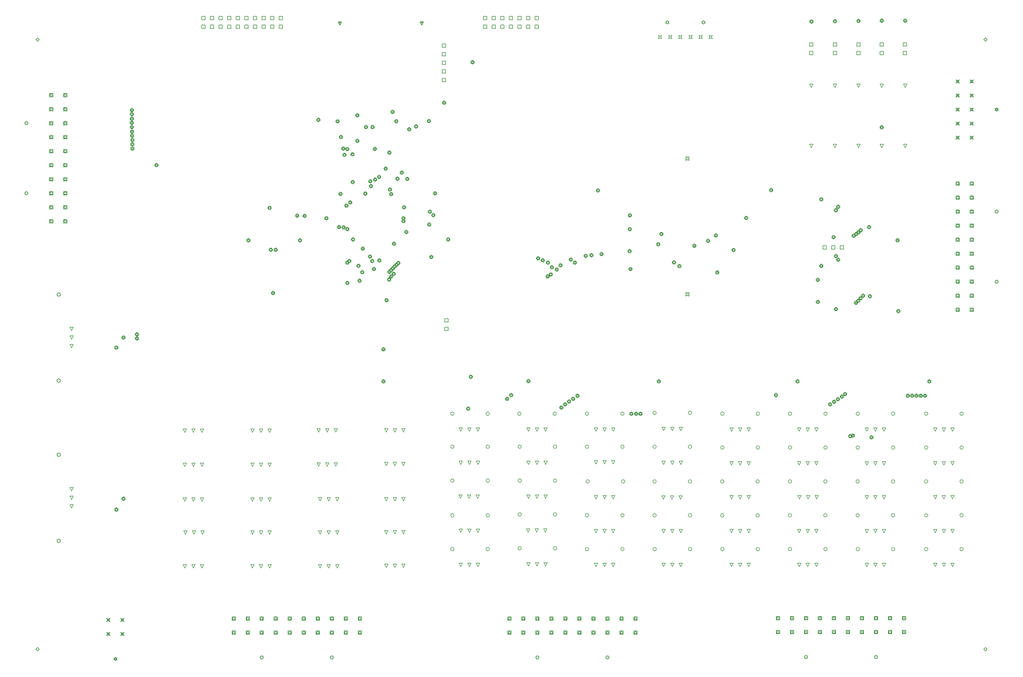
<source format=gbr>
%TF.GenerationSoftware,Altium Limited,Altium Designer,18.0.11 (651)*%
G04 Layer_Color=2752767*
%FSLAX26Y26*%
%MOIN*%
%TF.FileFunction,Drawing*%
%TF.Part,Single*%
G01*
G75*
%TA.AperFunction,NonConductor*%
%ADD92C,0.005000*%
%ADD115C,0.004000*%
%ADD183C,0.006667*%
D92*
X5677244Y7608346D02*
Y7648346D01*
X5717244D01*
Y7608346D01*
X5677244D01*
X5777244D02*
Y7648346D01*
X5817244D01*
Y7608346D01*
X5777244D01*
X5677244Y7708346D02*
Y7748346D01*
X5717244D01*
Y7708346D01*
X5677244D01*
X6177244Y7608346D02*
Y7648346D01*
X6217244D01*
Y7608346D01*
X6177244D01*
Y7708346D02*
Y7748346D01*
X6217244D01*
Y7708346D01*
X6177244D01*
X6077244Y7608346D02*
Y7648346D01*
X6117244D01*
Y7608346D01*
X6077244D01*
Y7708346D02*
Y7748346D01*
X6117244D01*
Y7708346D01*
X6077244D01*
X5977244Y7608346D02*
Y7648346D01*
X6017244D01*
Y7608346D01*
X5977244D01*
Y7708346D02*
Y7748346D01*
X6017244D01*
Y7708346D01*
X5977244D01*
X5877244Y7608346D02*
Y7648346D01*
X5917244D01*
Y7608346D01*
X5877244D01*
Y7708346D02*
Y7748346D01*
X5917244D01*
Y7708346D01*
X5877244D01*
X5577244Y7608346D02*
Y7648346D01*
X5617244D01*
Y7608346D01*
X5577244D01*
X5777244Y7708346D02*
Y7748346D01*
X5817244D01*
Y7708346D01*
X5777244D01*
X5577244D02*
Y7748346D01*
X5617244D01*
Y7708346D01*
X5577244D01*
X10039370Y1351653D02*
X10019370Y1391653D01*
X10059370D01*
X10039370Y1351653D01*
X10139370D02*
X10119370Y1391653D01*
X10159370D01*
X10139370Y1351653D01*
X10239370D02*
X10219370Y1391653D01*
X10259370D01*
X10239370Y1351653D01*
X10039370Y1745354D02*
X10019370Y1785354D01*
X10059370D01*
X10039370Y1745354D01*
X10139370D02*
X10119370Y1785354D01*
X10159370D01*
X10139370Y1745354D01*
X10239370D02*
X10219370Y1785354D01*
X10259370D01*
X10239370Y1745354D01*
X10039370Y2139055D02*
X10019370Y2179055D01*
X10059370D01*
X10039370Y2139055D01*
X10139370D02*
X10119370Y2179055D01*
X10159370D01*
X10139370Y2139055D01*
X10239370D02*
X10219370Y2179055D01*
X10259370D01*
X10239370Y2139055D01*
X10039370Y2532756D02*
X10019370Y2572756D01*
X10059370D01*
X10039370Y2532756D01*
X10139370D02*
X10119370Y2572756D01*
X10159370D01*
X10139370Y2532756D01*
X10239370D02*
X10219370Y2572756D01*
X10259370D01*
X10239370Y2532756D01*
X10039370Y2926456D02*
X10019370Y2966456D01*
X10059370D01*
X10039370Y2926456D01*
X10139370D02*
X10119370Y2966456D01*
X10159370D01*
X10139370Y2926456D01*
X10239370D02*
X10219370Y2966456D01*
X10259370D01*
X10239370Y2926456D01*
X8464567Y1351653D02*
X8444567Y1391653D01*
X8484567D01*
X8464567Y1351653D01*
X8564567D02*
X8544567Y1391653D01*
X8584567D01*
X8564567Y1351653D01*
X8664567D02*
X8644567Y1391653D01*
X8684567D01*
X8664567Y1351653D01*
X8464567Y1745354D02*
X8444567Y1785354D01*
X8484567D01*
X8464567Y1745354D01*
X8564567D02*
X8544567Y1785354D01*
X8584567D01*
X8564567Y1745354D01*
X8664567D02*
X8644567Y1785354D01*
X8684567D01*
X8664567Y1745354D01*
X8464567Y2139055D02*
X8444567Y2179055D01*
X8484567D01*
X8464567Y2139055D01*
X8564567D02*
X8544567Y2179055D01*
X8584567D01*
X8564567Y2139055D01*
X8664567D02*
X8644567Y2179055D01*
X8684567D01*
X8664567Y2139055D01*
X8464567Y2532756D02*
X8444567Y2572756D01*
X8484567D01*
X8464567Y2532756D01*
X8564567D02*
X8544567Y2572756D01*
X8584567D01*
X8564567Y2532756D01*
X8664567D02*
X8644567Y2572756D01*
X8684567D01*
X8664567Y2532756D01*
X6889764Y1351653D02*
X6869764Y1391653D01*
X6909764D01*
X6889764Y1351653D01*
X6989764D02*
X6969764Y1391653D01*
X7009764D01*
X6989764Y1351653D01*
X7089764D02*
X7069764Y1391653D01*
X7109764D01*
X7089764Y1351653D01*
X6889764Y1745354D02*
X6869764Y1785354D01*
X6909764D01*
X6889764Y1745354D01*
X6989764D02*
X6969764Y1785354D01*
X7009764D01*
X6989764Y1745354D01*
X7089764D02*
X7069764Y1785354D01*
X7109764D01*
X7089764Y1745354D01*
X6888189Y2139055D02*
X6868189Y2179055D01*
X6908189D01*
X6888189Y2139055D01*
X6988189D02*
X6968189Y2179055D01*
X7008189D01*
X6988189Y2139055D01*
X7088189D02*
X7068189Y2179055D01*
X7108189D01*
X7088189Y2139055D01*
X6889764Y2544961D02*
X6869764Y2584961D01*
X6909764D01*
X6889764Y2544961D01*
X6989764D02*
X6969764Y2584961D01*
X7009764D01*
X6989764Y2544961D01*
X7089764D02*
X7069764Y2584961D01*
X7109764D01*
X7089764Y2544961D01*
X6888189Y2926456D02*
X6868189Y2966456D01*
X6908189D01*
X6888189Y2926456D01*
X6988189D02*
X6968189Y2966456D01*
X7008189D01*
X6988189Y2926456D01*
X7088189D02*
X7068189Y2966456D01*
X7108189D01*
X7088189Y2926456D01*
X5314961Y1351653D02*
X5294961Y1391653D01*
X5334961D01*
X5314961Y1351653D01*
X5414961D02*
X5394961Y1391653D01*
X5434961D01*
X5414961Y1351653D01*
X5514961D02*
X5494961Y1391653D01*
X5534961D01*
X5514961Y1351653D01*
X5314961Y1748504D02*
X5294961Y1788504D01*
X5334961D01*
X5314961Y1748504D01*
X5414961D02*
X5394961Y1788504D01*
X5434961D01*
X5414961Y1748504D01*
X5514961D02*
X5494961Y1788504D01*
X5534961D01*
X5514961Y1748504D01*
X5313386Y2145354D02*
X5293386Y2185354D01*
X5333386D01*
X5313386Y2145354D01*
X5413386D02*
X5393386Y2185354D01*
X5433386D01*
X5413386Y2145354D01*
X5513386D02*
X5493386Y2185354D01*
X5533386D01*
X5513386Y2145354D01*
X5314961Y2539055D02*
X5294961Y2579055D01*
X5334961D01*
X5314961Y2539055D01*
X5414961D02*
X5394961Y2579055D01*
X5434961D01*
X5414961Y2539055D01*
X5514961D02*
X5494961Y2579055D01*
X5534961D01*
X5514961Y2539055D01*
X5314961Y2926456D02*
X5294961Y2966456D01*
X5334961D01*
X5314961Y2926456D01*
X5414961D02*
X5394961Y2966456D01*
X5434961D01*
X5414961Y2926456D01*
X5514961D02*
X5494961Y2966456D01*
X5534961D01*
X5514961Y2926456D01*
X4449213Y1342599D02*
X4429213Y1382599D01*
X4469213D01*
X4449213Y1342599D01*
X4549213D02*
X4529213Y1382599D01*
X4569213D01*
X4549213Y1342599D01*
X4649213D02*
X4629213Y1382599D01*
X4669213D01*
X4649213Y1342599D01*
X4449213Y1731575D02*
X4429213Y1771575D01*
X4469213D01*
X4449213Y1731575D01*
X4549213D02*
X4529213Y1771575D01*
X4569213D01*
X4549213Y1731575D01*
X4649213D02*
X4629213Y1771575D01*
X4669213D01*
X4649213Y1731575D01*
X4449213Y2117008D02*
X4429213Y2157008D01*
X4469213D01*
X4449213Y2117008D01*
X4549213D02*
X4529213Y2157008D01*
X4569213D01*
X4549213Y2117008D01*
X4649213D02*
X4629213Y2157008D01*
X4669213D01*
X4649213Y2117008D01*
X4449213Y2525351D02*
X4429213Y2565351D01*
X4469213D01*
X4449213Y2525351D01*
X4549213D02*
X4529213Y2565351D01*
X4569213D01*
X4549213Y2525351D01*
X4649213D02*
X4629213Y2565351D01*
X4669213D01*
X4649213Y2525351D01*
X3677871Y1336299D02*
X3657871Y1376299D01*
X3697871D01*
X3677871Y1336299D01*
X3777871D02*
X3757871Y1376299D01*
X3797871D01*
X3777871Y1336299D01*
X3877871D02*
X3857871Y1376299D01*
X3897871D01*
X3877871Y1336299D01*
X3677871Y1730000D02*
X3657871Y1770000D01*
X3697871D01*
X3677871Y1730000D01*
X3777871D02*
X3757871Y1770000D01*
X3797871D01*
X3777871Y1730000D01*
X3877871D02*
X3857871Y1770000D01*
X3897871D01*
X3877871Y1730000D01*
X3677871Y2113859D02*
X3657871Y2153859D01*
X3697871D01*
X3677871Y2113859D01*
X3777871D02*
X3757871Y2153859D01*
X3797871D01*
X3777871Y2113859D01*
X3877871D02*
X3857871Y2153859D01*
X3897871D01*
X3877871Y2113859D01*
X3660631Y2517402D02*
X3640631Y2557402D01*
X3680631D01*
X3660631Y2517402D01*
X3760631D02*
X3740631Y2557402D01*
X3780631D01*
X3760631Y2517402D01*
X3860631D02*
X3840631Y2557402D01*
X3880631D01*
X3860631Y2517402D01*
X3661812Y2914252D02*
X3641812Y2954252D01*
X3681812D01*
X3661812Y2914252D01*
X3761812D02*
X3741812Y2954252D01*
X3781812D01*
X3761812Y2914252D01*
X3861812D02*
X3841812Y2954252D01*
X3881812D01*
X3861812Y2914252D01*
X7717520Y7657953D02*
X7727520Y7667953D01*
X7737520D01*
X7727520Y7677953D01*
X7737520Y7687953D01*
X7727520D01*
X7717520Y7697953D01*
X7707520Y7687953D01*
X7697520D01*
X7707520Y7677953D01*
X7697520Y7667953D01*
X7707520D01*
X7717520Y7657953D01*
X8138779D02*
X8148779Y7667953D01*
X8158779D01*
X8148779Y7677953D01*
X8158779Y7687953D01*
X8148779D01*
X8138779Y7697953D01*
X8128779Y7687953D01*
X8118779D01*
X8128779Y7677953D01*
X8118779Y7667953D01*
X8128779D01*
X8138779Y7657953D01*
X8203425Y7487874D02*
X8213425Y7507874D01*
X8203425Y7527874D01*
X8223425Y7517874D01*
X8243425Y7527874D01*
X8233425Y7507874D01*
X8243425Y7487874D01*
X8223425Y7497874D01*
X8203425Y7487874D01*
X8085315D02*
X8095315Y7507874D01*
X8085315Y7527874D01*
X8105315Y7517874D01*
X8125315Y7527874D01*
X8115315Y7507874D01*
X8125315Y7487874D01*
X8105315Y7497874D01*
X8085315Y7487874D01*
X7967205D02*
X7977205Y7507874D01*
X7967205Y7527874D01*
X7987205Y7517874D01*
X8007205Y7527874D01*
X7997205Y7507874D01*
X8007205Y7487874D01*
X7987205Y7497874D01*
X7967205Y7487874D01*
X7612874D02*
X7622874Y7507874D01*
X7612874Y7527874D01*
X7632874Y7517874D01*
X7652874Y7527874D01*
X7642874Y7507874D01*
X7652874Y7487874D01*
X7632874Y7497874D01*
X7612874Y7487874D01*
X7730984D02*
X7740984Y7507874D01*
X7730984Y7527874D01*
X7750984Y7517874D01*
X7770984Y7527874D01*
X7760984Y7507874D01*
X7770984Y7487874D01*
X7750984Y7497874D01*
X7730984Y7487874D01*
X7849095D02*
X7859095Y7507874D01*
X7849095Y7527874D01*
X7869095Y7517874D01*
X7889095Y7527874D01*
X7879095Y7507874D01*
X7889095Y7487874D01*
X7869095Y7497874D01*
X7849095Y7487874D01*
X627795Y3504173D02*
Y3494173D01*
X647795D01*
Y3504173D01*
X657795D01*
Y3524173D01*
X647795D01*
Y3534173D01*
X627795D01*
Y3524173D01*
X617795D01*
Y3504173D01*
X627795D01*
Y4504173D02*
Y4494173D01*
X647795D01*
Y4504173D01*
X657795D01*
Y4524173D01*
X647795D01*
Y4534173D01*
X627795D01*
Y4524173D01*
X617795D01*
Y4504173D01*
X627795D01*
Y1642362D02*
Y1632362D01*
X647795D01*
Y1642362D01*
X657795D01*
Y1662362D01*
X647795D01*
Y1672362D01*
X627795D01*
Y1662362D01*
X617795D01*
Y1642362D01*
X627795D01*
Y2642362D02*
Y2632362D01*
X647795D01*
Y2642362D01*
X657795D01*
Y2662362D01*
X647795D01*
Y2672362D01*
X627795D01*
Y2662362D01*
X617795D01*
Y2642362D01*
X627795D01*
X9528031Y5041023D02*
Y5081023D01*
X9568031D01*
Y5041023D01*
X9528031D01*
X9728031Y5041024D02*
Y5081024D01*
X9768031D01*
Y5041024D01*
X9728031D01*
X9628031Y5041023D02*
Y5081023D01*
X9668031D01*
Y5041023D01*
X9628031D01*
X787402Y4094173D02*
X767402Y4134173D01*
X807402D01*
X787402Y4094173D01*
Y3994173D02*
X767402Y4034173D01*
X807402D01*
X787402Y3994173D01*
Y3894173D02*
X767402Y3934173D01*
X807402D01*
X787402Y3894173D01*
X10485748Y6922205D02*
X10465748Y6962205D01*
X10505748D01*
X10485748Y6922205D01*
Y6222205D02*
X10465748Y6262205D01*
X10505748D01*
X10485748Y6222205D01*
X10212008Y6922205D02*
X10192008Y6962205D01*
X10232008D01*
X10212008Y6922205D01*
Y6222205D02*
X10192008Y6262205D01*
X10232008D01*
X10212008Y6222205D01*
X9943314Y6921682D02*
X9923314Y6961682D01*
X9963314D01*
X9943314Y6921682D01*
Y6221682D02*
X9923314Y6261682D01*
X9963314D01*
X9943314Y6221682D01*
X9667723Y6921682D02*
X9647723Y6961682D01*
X9687723D01*
X9667723Y6921682D01*
Y6221682D02*
X9647723Y6261682D01*
X9687723D01*
X9667723Y6221682D01*
X9392132Y6921682D02*
X9372132Y6961682D01*
X9412132D01*
X9392132Y6921682D01*
Y6221682D02*
X9372132Y6261682D01*
X9412132D01*
X9392132Y6221682D01*
X4449213Y2914252D02*
X4429213Y2954252D01*
X4469213D01*
X4449213Y2914252D01*
X4549213D02*
X4529213Y2954252D01*
X4569213D01*
X4549213Y2914252D01*
X4649213D02*
X4629213Y2954252D01*
X4669213D01*
X4649213Y2914252D01*
X5127638Y4094173D02*
Y4134173D01*
X5167638D01*
Y4094173D01*
X5127638D01*
Y4194173D02*
Y4234173D01*
X5167638D01*
Y4194173D01*
X5127638D01*
X7932756Y6074488D02*
X7942756D01*
X7952756Y6084488D01*
X7962756Y6074488D01*
X7972756D01*
Y6084488D01*
X7962756Y6094488D01*
X7972756Y6104488D01*
Y6114488D01*
X7962756D01*
X7952756Y6104488D01*
X7942756Y6114488D01*
X7932756D01*
Y6104488D01*
X7942756Y6094488D01*
X7932756Y6084488D01*
Y6074488D01*
Y4499685D02*
X7942756D01*
X7952756Y4509685D01*
X7962756Y4499685D01*
X7972756D01*
Y4509685D01*
X7962756Y4519685D01*
X7972756Y4529685D01*
Y4539685D01*
X7962756D01*
X7952756Y4529685D01*
X7942756Y4539685D01*
X7932756D01*
Y4529685D01*
X7942756Y4519685D01*
X7932756Y4509685D01*
Y4499685D01*
X10463077Y7401260D02*
Y7441260D01*
X10503077D01*
Y7401260D01*
X10463077D01*
Y7301260D02*
Y7341260D01*
X10503077D01*
Y7301260D01*
X10463077D01*
X11397323Y393701D02*
X11417323Y413701D01*
X11437323Y393701D01*
X11417323Y373701D01*
X11397323Y393701D01*
Y7480315D02*
X11417323Y7500315D01*
X11437323Y7480315D01*
X11417323Y7460315D01*
X11397323Y7480315D01*
X373701D02*
X393701Y7500315D01*
X413701Y7480315D01*
X393701Y7460315D01*
X373701Y7480315D01*
X5098110Y7389449D02*
Y7429449D01*
X5138110D01*
Y7389449D01*
X5098110D01*
X5098110Y7289449D02*
Y7329449D01*
X5138110D01*
Y7289449D01*
X5098110D01*
X5098110Y7089449D02*
Y7129449D01*
X5138110D01*
Y7089449D01*
X5098110D01*
X5098111Y6989449D02*
Y7029449D01*
X5138111D01*
Y6989449D01*
X5098111D01*
X5098110Y7189449D02*
Y7229449D01*
X5138110D01*
Y7189449D01*
X5098110D01*
X531181Y5346142D02*
Y5386142D01*
X571181D01*
Y5346142D01*
X531181D01*
X539181Y5354142D02*
Y5378142D01*
X563181D01*
Y5354142D01*
X539181D01*
X531181Y5509134D02*
Y5549134D01*
X571181D01*
Y5509134D01*
X531181D01*
X539181Y5517134D02*
Y5541134D01*
X563181D01*
Y5517134D01*
X539181D01*
X531181Y6161102D02*
Y6201102D01*
X571181D01*
Y6161102D01*
X531181D01*
X539181Y6169102D02*
Y6193102D01*
X563181D01*
Y6169102D01*
X539181D01*
X531181Y5998110D02*
Y6038110D01*
X571181D01*
Y5998110D01*
X531181D01*
X539181Y6006110D02*
Y6030110D01*
X563181D01*
Y6006110D01*
X539181D01*
X531181Y5672126D02*
Y5712126D01*
X571181D01*
Y5672126D01*
X531181D01*
X539181Y5680126D02*
Y5704126D01*
X563181D01*
Y5680126D01*
X539181D01*
X531181Y5835118D02*
Y5875118D01*
X571181D01*
Y5835118D01*
X531181D01*
X539181Y5843118D02*
Y5867118D01*
X563181D01*
Y5843118D01*
X539181D01*
X531181Y6487087D02*
Y6527087D01*
X571181D01*
Y6487087D01*
X531181D01*
X539181Y6495087D02*
Y6519087D01*
X563181D01*
Y6495087D01*
X539181D01*
X531181Y6324095D02*
Y6364095D01*
X571181D01*
Y6324095D01*
X531181D01*
X539181Y6332095D02*
Y6356095D01*
X563181D01*
Y6332095D01*
X539181D01*
X531181Y6650079D02*
Y6690079D01*
X571181D01*
Y6650079D01*
X531181D01*
X539181Y6658079D02*
Y6682079D01*
X563181D01*
Y6658079D01*
X539181D01*
X531181Y6813071D02*
Y6853071D01*
X571181D01*
Y6813071D01*
X531181D01*
X539181Y6821071D02*
Y6845071D01*
X563181D01*
Y6821071D01*
X539181D01*
X694173Y6813071D02*
Y6853071D01*
X734173D01*
Y6813071D01*
X694173D01*
X702173Y6821071D02*
Y6845071D01*
X726173D01*
Y6821071D01*
X702173D01*
X694173Y6650079D02*
Y6690079D01*
X734173D01*
Y6650079D01*
X694173D01*
X702173Y6658079D02*
Y6682079D01*
X726173D01*
Y6658079D01*
X702173D01*
X694173Y6324095D02*
Y6364095D01*
X734173D01*
Y6324095D01*
X694173D01*
X702173Y6332095D02*
Y6356095D01*
X726173D01*
Y6332095D01*
X702173D01*
X694173Y6487087D02*
Y6527087D01*
X734173D01*
Y6487087D01*
X694173D01*
X702173Y6495087D02*
Y6519087D01*
X726173D01*
Y6495087D01*
X702173D01*
X694173Y5835118D02*
Y5875118D01*
X734173D01*
Y5835118D01*
X694173D01*
X702173Y5843118D02*
Y5867118D01*
X726173D01*
Y5843118D01*
X702173D01*
X694173Y5672126D02*
Y5712126D01*
X734173D01*
Y5672126D01*
X694173D01*
X702173Y5680126D02*
Y5704126D01*
X726173D01*
Y5680126D01*
X702173D01*
X694173Y5998110D02*
Y6038110D01*
X734173D01*
Y5998110D01*
X694173D01*
X702173Y6006110D02*
Y6030110D01*
X726173D01*
Y6006110D01*
X702173D01*
X694173Y6161102D02*
Y6201102D01*
X734173D01*
Y6161102D01*
X694173D01*
X702173Y6169102D02*
Y6193102D01*
X726173D01*
Y6169102D01*
X702173D01*
X694173Y5509134D02*
Y5549134D01*
X734173D01*
Y5509134D01*
X694173D01*
X702173Y5517134D02*
Y5541134D01*
X726173D01*
Y5517134D01*
X702173D01*
X694173Y5346142D02*
Y5386142D01*
X734173D01*
Y5346142D01*
X694173D01*
X702173Y5354142D02*
Y5378142D01*
X726173D01*
Y5354142D01*
X702173D01*
X11239843Y5785118D02*
Y5825118D01*
X11279843D01*
Y5785118D01*
X11239843D01*
X11247843Y5793118D02*
Y5817118D01*
X11271843D01*
Y5793118D01*
X11247843D01*
X11239843Y5622126D02*
Y5662126D01*
X11279843D01*
Y5622126D01*
X11239843D01*
X11247843Y5630126D02*
Y5654126D01*
X11271843D01*
Y5630126D01*
X11247843D01*
X11239843Y4970158D02*
Y5010158D01*
X11279843D01*
Y4970158D01*
X11239843D01*
X11247843Y4978158D02*
Y5002158D01*
X11271843D01*
Y4978158D01*
X11247843D01*
X11239843Y5133150D02*
Y5173150D01*
X11279843D01*
Y5133150D01*
X11239843D01*
X11247843Y5141150D02*
Y5165150D01*
X11271843D01*
Y5141150D01*
X11247843D01*
X11239843Y5459134D02*
Y5499134D01*
X11279843D01*
Y5459134D01*
X11239843D01*
X11247843Y5467134D02*
Y5491134D01*
X11271843D01*
Y5467134D01*
X11247843D01*
X11239843Y5296142D02*
Y5336142D01*
X11279843D01*
Y5296142D01*
X11239843D01*
X11247843Y5304142D02*
Y5328142D01*
X11271843D01*
Y5304142D01*
X11247843D01*
X11239843Y4644173D02*
Y4684173D01*
X11279843D01*
Y4644173D01*
X11239843D01*
X11247843Y4652173D02*
Y4676173D01*
X11271843D01*
Y4652173D01*
X11247843D01*
X11239843Y4807166D02*
Y4847166D01*
X11279843D01*
Y4807166D01*
X11239843D01*
X11247843Y4815166D02*
Y4839166D01*
X11271843D01*
Y4815166D01*
X11247843D01*
X11239843Y4481181D02*
Y4521181D01*
X11279843D01*
Y4481181D01*
X11239843D01*
X11247843Y4489181D02*
Y4513181D01*
X11271843D01*
Y4489181D01*
X11247843D01*
X11239843Y4318189D02*
Y4358189D01*
X11279843D01*
Y4318189D01*
X11239843D01*
X11247843Y4326189D02*
Y4350189D01*
X11271843D01*
Y4326189D01*
X11247843D01*
X11076850Y4318189D02*
Y4358189D01*
X11116850D01*
Y4318189D01*
X11076850D01*
X11084850Y4326189D02*
Y4350189D01*
X11108850D01*
Y4326189D01*
X11084850D01*
X11076850Y4481181D02*
Y4521181D01*
X11116850D01*
Y4481181D01*
X11076850D01*
X11084850Y4489181D02*
Y4513181D01*
X11108850D01*
Y4489181D01*
X11084850D01*
X11076850Y4807166D02*
Y4847166D01*
X11116850D01*
Y4807166D01*
X11076850D01*
X11084850Y4815166D02*
Y4839166D01*
X11108850D01*
Y4815166D01*
X11084850D01*
X11076850Y4644173D02*
Y4684173D01*
X11116850D01*
Y4644173D01*
X11076850D01*
X11084850Y4652173D02*
Y4676173D01*
X11108850D01*
Y4652173D01*
X11084850D01*
X11076850Y5296142D02*
Y5336142D01*
X11116850D01*
Y5296142D01*
X11076850D01*
X11084850Y5304142D02*
Y5328142D01*
X11108850D01*
Y5304142D01*
X11084850D01*
X11076850Y5459134D02*
Y5499134D01*
X11116850D01*
Y5459134D01*
X11076850D01*
X11084850Y5467134D02*
Y5491134D01*
X11108850D01*
Y5467134D01*
X11084850D01*
X11076850Y5133150D02*
Y5173150D01*
X11116850D01*
Y5133150D01*
X11076850D01*
X11084850Y5141150D02*
Y5165150D01*
X11108850D01*
Y5141150D01*
X11084850D01*
X11076850Y4970158D02*
Y5010158D01*
X11116850D01*
Y4970158D01*
X11076850D01*
X11084850Y4978158D02*
Y5002158D01*
X11108850D01*
Y4978158D01*
X11084850D01*
X11076850Y5622126D02*
Y5662126D01*
X11116850D01*
Y5622126D01*
X11076850D01*
X11084850Y5630126D02*
Y5654126D01*
X11108850D01*
Y5630126D01*
X11084850D01*
X11076850Y5785118D02*
Y5825118D01*
X11116850D01*
Y5785118D01*
X11076850D01*
X11084850Y5793118D02*
Y5817118D01*
X11108850D01*
Y5793118D01*
X11084850D01*
X7327638Y565039D02*
Y605039D01*
X7367638D01*
Y565039D01*
X7327638D01*
X7335638Y573039D02*
Y597039D01*
X7359638D01*
Y573039D01*
X7335638D01*
X7164646Y565039D02*
Y605039D01*
X7204646D01*
Y565039D01*
X7164646D01*
X7172646Y573039D02*
Y597039D01*
X7196646D01*
Y573039D01*
X7172646D01*
X6512677Y565039D02*
Y605039D01*
X6552677D01*
Y565039D01*
X6512677D01*
X6520677Y573039D02*
Y597039D01*
X6544677D01*
Y573039D01*
X6520677D01*
X6675669Y565039D02*
Y605039D01*
X6715669D01*
Y565039D01*
X6675669D01*
X6683669Y573039D02*
Y597039D01*
X6707669D01*
Y573039D01*
X6683669D01*
X7001654Y565039D02*
Y605039D01*
X7041654D01*
Y565039D01*
X7001654D01*
X7009654Y573039D02*
Y597039D01*
X7033654D01*
Y573039D01*
X7009654D01*
X6838661Y565039D02*
Y605039D01*
X6878661D01*
Y565039D01*
X6838661D01*
X6846661Y573039D02*
Y597039D01*
X6870661D01*
Y573039D01*
X6846661D01*
X6186693Y565039D02*
Y605039D01*
X6226693D01*
Y565039D01*
X6186693D01*
X6194693Y573039D02*
Y597039D01*
X6218693D01*
Y573039D01*
X6194693D01*
X6349685Y565039D02*
Y605039D01*
X6389685D01*
Y565039D01*
X6349685D01*
X6357685Y573039D02*
Y597039D01*
X6381685D01*
Y573039D01*
X6357685D01*
X6023701Y565039D02*
Y605039D01*
X6063701D01*
Y565039D01*
X6023701D01*
X6031701Y573039D02*
Y597039D01*
X6055701D01*
Y573039D01*
X6031701D01*
X5860709Y565039D02*
Y605039D01*
X5900709D01*
Y565039D01*
X5860709D01*
X5868709Y573039D02*
Y597039D01*
X5892709D01*
Y573039D01*
X5868709D01*
X5860709Y728032D02*
Y768032D01*
X5900709D01*
Y728032D01*
X5860709D01*
X5868709Y736032D02*
Y760032D01*
X5892709D01*
Y736032D01*
X5868709D01*
X6023701Y728032D02*
Y768032D01*
X6063701D01*
Y728032D01*
X6023701D01*
X6031701Y736032D02*
Y760032D01*
X6055701D01*
Y736032D01*
X6031701D01*
X6349685Y728032D02*
Y768032D01*
X6389685D01*
Y728032D01*
X6349685D01*
X6357685Y736032D02*
Y760032D01*
X6381685D01*
Y736032D01*
X6357685D01*
X6186693Y728032D02*
Y768032D01*
X6226693D01*
Y728032D01*
X6186693D01*
X6194693Y736032D02*
Y760032D01*
X6218693D01*
Y736032D01*
X6194693D01*
X6838661Y728032D02*
Y768032D01*
X6878661D01*
Y728032D01*
X6838661D01*
X6846661Y736032D02*
Y760032D01*
X6870661D01*
Y736032D01*
X6846661D01*
X7001654Y728032D02*
Y768032D01*
X7041654D01*
Y728032D01*
X7001654D01*
X7009654Y736032D02*
Y760032D01*
X7033654D01*
Y736032D01*
X7009654D01*
X6675669Y728032D02*
Y768032D01*
X6715669D01*
Y728032D01*
X6675669D01*
X6683669Y736032D02*
Y760032D01*
X6707669D01*
Y736032D01*
X6683669D01*
X6512677Y728032D02*
Y768032D01*
X6552677D01*
Y728032D01*
X6512677D01*
X6520677Y736032D02*
Y760032D01*
X6544677D01*
Y736032D01*
X6520677D01*
X7164646Y728032D02*
Y768032D01*
X7204646D01*
Y728032D01*
X7164646D01*
X7172646Y736032D02*
Y760032D01*
X7196646D01*
Y736032D01*
X7172646D01*
X7327638Y728032D02*
Y768032D01*
X7367638D01*
Y728032D01*
X7327638D01*
X7335638Y736032D02*
Y760032D01*
X7359638D01*
Y736032D01*
X7335638D01*
X10451654Y570551D02*
Y610551D01*
X10491654D01*
Y570551D01*
X10451654D01*
X10459654Y578551D02*
Y602551D01*
X10483654D01*
Y578551D01*
X10459654D01*
X10288661Y570551D02*
Y610551D01*
X10328661D01*
Y570551D01*
X10288661D01*
X10296661Y578551D02*
Y602551D01*
X10320661D01*
Y578551D01*
X10296661D01*
X9636693Y570551D02*
Y610551D01*
X9676693D01*
Y570551D01*
X9636693D01*
X9644693Y578551D02*
Y602551D01*
X9668693D01*
Y578551D01*
X9644693D01*
X9799685Y570551D02*
Y610551D01*
X9839685D01*
Y570551D01*
X9799685D01*
X9807685Y578551D02*
Y602551D01*
X9831685D01*
Y578551D01*
X9807685D01*
X10125669Y570551D02*
Y610551D01*
X10165669D01*
Y570551D01*
X10125669D01*
X10133669Y578551D02*
Y602551D01*
X10157669D01*
Y578551D01*
X10133669D01*
X9962677Y570551D02*
Y610551D01*
X10002677D01*
Y570551D01*
X9962677D01*
X9970677Y578551D02*
Y602551D01*
X9994677D01*
Y578551D01*
X9970677D01*
X9310709Y570551D02*
Y610551D01*
X9350709D01*
Y570551D01*
X9310709D01*
X9318709Y578551D02*
Y602551D01*
X9342709D01*
Y578551D01*
X9318709D01*
X9473701Y570551D02*
Y610551D01*
X9513701D01*
Y570551D01*
X9473701D01*
X9481701Y578551D02*
Y602551D01*
X9505701D01*
Y578551D01*
X9481701D01*
X9147717Y570551D02*
Y610551D01*
X9187717D01*
Y570551D01*
X9147717D01*
X9155717Y578551D02*
Y602551D01*
X9179717D01*
Y578551D01*
X9155717D01*
X8984724Y570551D02*
Y610551D01*
X9024724D01*
Y570551D01*
X8984724D01*
X8992724Y578551D02*
Y602551D01*
X9016724D01*
Y578551D01*
X8992724D01*
X8984724Y733543D02*
Y773543D01*
X9024724D01*
Y733543D01*
X8984724D01*
X8992724Y741543D02*
Y765543D01*
X9016724D01*
Y741543D01*
X8992724D01*
X9147717Y733543D02*
Y773543D01*
X9187717D01*
Y733543D01*
X9147717D01*
X9155717Y741543D02*
Y765543D01*
X9179717D01*
Y741543D01*
X9155717D01*
X9473701Y733543D02*
Y773543D01*
X9513701D01*
Y733543D01*
X9473701D01*
X9481701Y741543D02*
Y765543D01*
X9505701D01*
Y741543D01*
X9481701D01*
X9310709Y733543D02*
Y773543D01*
X9350709D01*
Y733543D01*
X9310709D01*
X9318709Y741543D02*
Y765543D01*
X9342709D01*
Y741543D01*
X9318709D01*
X9962677Y733543D02*
Y773543D01*
X10002677D01*
Y733543D01*
X9962677D01*
X9970677Y741543D02*
Y765543D01*
X9994677D01*
Y741543D01*
X9970677D01*
X10125669Y733543D02*
Y773543D01*
X10165669D01*
Y733543D01*
X10125669D01*
X10133669Y741543D02*
Y765543D01*
X10157669D01*
Y741543D01*
X10133669D01*
X9799685Y733543D02*
Y773543D01*
X9839685D01*
Y733543D01*
X9799685D01*
X9807685Y741543D02*
Y765543D01*
X9831685D01*
Y741543D01*
X9807685D01*
X9636693Y733543D02*
Y773543D01*
X9676693D01*
Y733543D01*
X9636693D01*
X9644693Y741543D02*
Y765543D01*
X9668693D01*
Y741543D01*
X9644693D01*
X10288661Y733543D02*
Y773543D01*
X10328661D01*
Y733543D01*
X10288661D01*
X10296661Y741543D02*
Y765543D01*
X10320661D01*
Y741543D01*
X10296661D01*
X10451654Y733543D02*
Y773543D01*
X10491654D01*
Y733543D01*
X10451654D01*
X10459654Y741543D02*
Y765543D01*
X10483654D01*
Y741543D01*
X10459654D01*
X3909449Y7645354D02*
X3889449Y7685354D01*
X3929449D01*
X3909449Y7645354D01*
Y7653354D02*
X3897449Y7677354D01*
X3921449D01*
X3909449Y7653354D01*
X4862205Y7645354D02*
X4842205Y7685354D01*
X4882205D01*
X4862205Y7645354D01*
Y7653354D02*
X4850205Y7677354D01*
X4874205D01*
X4862205Y7653354D01*
X7877165Y2932756D02*
X7857165Y2972756D01*
X7897165D01*
X7877165Y2932756D01*
X7777165D02*
X7757165Y2972756D01*
X7797165D01*
X7777165Y2932756D01*
X7677165D02*
X7657165Y2972756D01*
X7697165D01*
X7677165Y2932756D01*
X7877165Y2539055D02*
X7857165Y2579055D01*
X7897165D01*
X7877165Y2539055D01*
X7777165D02*
X7757165Y2579055D01*
X7797165D01*
X7777165Y2539055D01*
X7677165D02*
X7657165Y2579055D01*
X7697165D01*
X7677165Y2539055D01*
X7872366Y2135512D02*
X7852366Y2175512D01*
X7892366D01*
X7872366Y2135512D01*
X7772366D02*
X7752366Y2175512D01*
X7792366D01*
X7772366Y2135512D01*
X7672366D02*
X7652366Y2175512D01*
X7692366D01*
X7672366Y2135512D01*
X7877165Y1745354D02*
X7857165Y1785354D01*
X7897165D01*
X7877165Y1745354D01*
X7777165D02*
X7757165Y1785354D01*
X7797165D01*
X7777165Y1745354D01*
X7677165D02*
X7657165Y1785354D01*
X7697165D01*
X7677165Y1745354D01*
X7877165Y1351653D02*
X7857165Y1391653D01*
X7897165D01*
X7877165Y1351653D01*
X7777165D02*
X7757165Y1391653D01*
X7797165D01*
X7777165Y1351653D01*
X7677165D02*
X7657165Y1391653D01*
X7697165D01*
X7677165Y1351653D01*
X6300787Y2926456D02*
X6280787Y2966456D01*
X6320787D01*
X6300787Y2926456D01*
X6200787D02*
X6180787Y2966456D01*
X6220787D01*
X6200787Y2926456D01*
X6100787D02*
X6080787Y2966456D01*
X6120787D01*
X6100787Y2926456D01*
X6302362Y2539055D02*
X6282362Y2579055D01*
X6322362D01*
X6302362Y2539055D01*
X6202362D02*
X6182362Y2579055D01*
X6222362D01*
X6202362Y2539055D01*
X6102362D02*
X6082362Y2579055D01*
X6122362D01*
X6102362Y2539055D01*
X6302362Y2145354D02*
X6282362Y2185354D01*
X6322362D01*
X6302362Y2145354D01*
X6202362D02*
X6182362Y2185354D01*
X6222362D01*
X6202362Y2145354D01*
X6102362D02*
X6082362Y2185354D01*
X6122362D01*
X6102362Y2145354D01*
X6297562Y1751654D02*
X6277562Y1791654D01*
X6317562D01*
X6297562Y1751654D01*
X6197562D02*
X6177562Y1791654D01*
X6217562D01*
X6197562Y1751654D01*
X6097562D02*
X6077562Y1791654D01*
X6117562D01*
X6097562Y1751654D01*
X6302362Y1357953D02*
X6282362Y1397953D01*
X6322362D01*
X6302362Y1357953D01*
X6202362D02*
X6182362Y1397953D01*
X6222362D01*
X6202362Y1357953D01*
X6102362D02*
X6082362Y1397953D01*
X6122362D01*
X6102362Y1357953D01*
X11035039Y2926456D02*
X11015039Y2966456D01*
X11055039D01*
X11035039Y2926456D01*
X10935039D02*
X10915039Y2966456D01*
X10955039D01*
X10935039Y2926456D01*
X10835039D02*
X10815039Y2966456D01*
X10855039D01*
X10835039Y2926456D01*
X11035039Y2532756D02*
X11015039Y2572756D01*
X11055039D01*
X11035039Y2532756D01*
X10935039D02*
X10915039Y2572756D01*
X10955039D01*
X10935039Y2532756D01*
X10835039D02*
X10815039Y2572756D01*
X10855039D01*
X10835039Y2532756D01*
X11035039Y2139055D02*
X11015039Y2179055D01*
X11055039D01*
X11035039Y2139055D01*
X10935039D02*
X10915039Y2179055D01*
X10955039D01*
X10935039Y2139055D01*
X10835039D02*
X10815039Y2179055D01*
X10855039D01*
X10835039Y2139055D01*
X11035039Y1745354D02*
X11015039Y1785354D01*
X11055039D01*
X11035039Y1745354D01*
X10935039D02*
X10915039Y1785354D01*
X10955039D01*
X10935039Y1745354D01*
X10835039D02*
X10815039Y1785354D01*
X10855039D01*
X10835039Y1745354D01*
X11035039Y1351653D02*
X11015039Y1391653D01*
X11055039D01*
X11035039Y1351653D01*
X10935039D02*
X10915039Y1391653D01*
X10955039D01*
X10935039Y1351653D01*
X10835039D02*
X10815039Y1391653D01*
X10855039D01*
X10835039Y1351653D01*
X9451969Y2926456D02*
X9431969Y2966456D01*
X9471969D01*
X9451969Y2926456D01*
X9351969D02*
X9331969Y2966456D01*
X9371969D01*
X9351969Y2926456D01*
X9251969D02*
X9231969Y2966456D01*
X9271969D01*
X9251969Y2926456D01*
X9451969Y2532756D02*
X9431969Y2572756D01*
X9471969D01*
X9451969Y2532756D01*
X9351969D02*
X9331969Y2572756D01*
X9371969D01*
X9351969Y2532756D01*
X9251969D02*
X9231969Y2572756D01*
X9271969D01*
X9251969Y2532756D01*
X9455118Y2139055D02*
X9435118Y2179055D01*
X9475118D01*
X9455118Y2139055D01*
X9355118D02*
X9335118Y2179055D01*
X9375118D01*
X9355118Y2139055D01*
X9255118D02*
X9235118Y2179055D01*
X9275118D01*
X9255118Y2139055D01*
X9451969Y1745354D02*
X9431969Y1785354D01*
X9471969D01*
X9451969Y1745354D01*
X9351969D02*
X9331969Y1785354D01*
X9371969D01*
X9351969Y1745354D01*
X9251969D02*
X9231969Y1785354D01*
X9271969D01*
X9251969Y1745354D01*
X9451969Y1351653D02*
X9431969Y1391653D01*
X9471969D01*
X9451969Y1351653D01*
X9351969D02*
X9331969Y1391653D01*
X9371969D01*
X9351969Y1351653D01*
X9251969D02*
X9231969Y1391653D01*
X9271969D01*
X9251969Y1351653D01*
X8664567Y2926456D02*
X8644567Y2966456D01*
X8684567D01*
X8664567Y2926456D01*
X8564567D02*
X8544567Y2966456D01*
X8584567D01*
X8564567Y2926456D01*
X8464567D02*
X8444567Y2966456D01*
X8484567D01*
X8464567Y2926456D01*
X787402Y2232363D02*
X767402Y2272363D01*
X807402D01*
X787402Y2232363D01*
Y2132363D02*
X767402Y2172363D01*
X807402D01*
X787402Y2132363D01*
Y2032363D02*
X767402Y2072363D01*
X807402D01*
X787402Y2032363D01*
X3092126Y2913071D02*
X3072126Y2953071D01*
X3112126D01*
X3092126Y2913071D01*
X2992126D02*
X2972126Y2953071D01*
X3012126D01*
X2992126Y2913071D01*
X2892126D02*
X2872126Y2953071D01*
X2912126D01*
X2892126Y2913071D01*
X3092126Y2516220D02*
X3072126Y2556220D01*
X3112126D01*
X3092126Y2516220D01*
X2992126D02*
X2972126Y2556220D01*
X3012126D01*
X2992126Y2516220D01*
X2892126D02*
X2872126Y2556220D01*
X2912126D01*
X2892126Y2516220D01*
X3092126Y2112677D02*
X3072126Y2152677D01*
X3112126D01*
X3092126Y2112677D01*
X2992126D02*
X2972126Y2152677D01*
X3012126D01*
X2992126Y2112677D01*
X2892126D02*
X2872126Y2152677D01*
X2912126D01*
X2892126Y2112677D01*
X3092126Y1728819D02*
X3072126Y1768819D01*
X3112126D01*
X3092126Y1728819D01*
X2992126D02*
X2972126Y1768819D01*
X3012126D01*
X2992126Y1728819D01*
X2892126D02*
X2872126Y1768819D01*
X2912126D01*
X2892126Y1728819D01*
X3092126Y1335118D02*
X3072126Y1375118D01*
X3112126D01*
X3092126Y1335118D01*
X2992126D02*
X2972126Y1375118D01*
X3012126D01*
X2992126Y1335118D01*
X2892126D02*
X2872126Y1375118D01*
X2912126D01*
X2892126Y1335118D01*
X2304724Y2913071D02*
X2284724Y2953071D01*
X2324724D01*
X2304724Y2913071D01*
X2204724D02*
X2184724Y2953071D01*
X2224724D01*
X2204724Y2913071D01*
X2104724D02*
X2084724Y2953071D01*
X2124724D01*
X2104724Y2913071D01*
X2304724Y2516220D02*
X2284724Y2556220D01*
X2324724D01*
X2304724Y2516220D01*
X2204724D02*
X2184724Y2556220D01*
X2224724D01*
X2204724Y2516220D01*
X2104724D02*
X2084724Y2556220D01*
X2124724D01*
X2104724Y2516220D01*
X2304724Y2112677D02*
X2284724Y2152677D01*
X2324724D01*
X2304724Y2112677D01*
X2204724D02*
X2184724Y2152677D01*
X2224724D01*
X2204724Y2112677D01*
X2104724D02*
X2084724Y2152677D01*
X2124724D01*
X2104724Y2112677D01*
X2313469Y1728819D02*
X2293469Y1768819D01*
X2333469D01*
X2313469Y1728819D01*
X2213469D02*
X2193469Y1768819D01*
X2233469D01*
X2213469Y1728819D01*
X2113469D02*
X2093469Y1768819D01*
X2133469D01*
X2113469Y1728819D01*
X2304724Y1335118D02*
X2284724Y1375118D01*
X2324724D01*
X2304724Y1335118D01*
X2204724D02*
X2184724Y1375118D01*
X2224724D01*
X2204724Y1335118D01*
X2104724D02*
X2084724Y1375118D01*
X2124724D01*
X2104724Y1335118D01*
X11548819Y6644567D02*
X11558819Y6654567D01*
X11568819D01*
X11558819Y6664567D01*
X11568819Y6674567D01*
X11558819D01*
X11548819Y6684567D01*
X11538819Y6674567D01*
X11528819D01*
X11538819Y6664567D01*
X11528819Y6654567D01*
X11538819D01*
X11548819Y6644567D01*
Y6652567D02*
X11554819Y6658567D01*
X11560819D01*
X11554819Y6664567D01*
X11560819Y6670567D01*
X11554819D01*
X11548819Y6676567D01*
X11542819Y6670567D01*
X11536819D01*
X11542819Y6664567D01*
X11536819Y6658567D01*
X11542819D01*
X11548819Y6652567D01*
X11239843Y6970551D02*
X11249843Y6990551D01*
X11239843Y7010551D01*
X11259843Y7000551D01*
X11279843Y7010551D01*
X11269843Y6990551D01*
X11279843Y6970551D01*
X11259843Y6980551D01*
X11239843Y6970551D01*
X11247843Y6978551D02*
X11253843Y6990551D01*
X11247843Y7002551D01*
X11259843Y6996551D01*
X11271843Y7002551D01*
X11265843Y6990551D01*
X11271843Y6978551D01*
X11259843Y6984551D01*
X11247843Y6978551D01*
X11239843Y6807559D02*
X11249843Y6827559D01*
X11239843Y6847559D01*
X11259843Y6837559D01*
X11279843Y6847559D01*
X11269843Y6827559D01*
X11279843Y6807559D01*
X11259843Y6817559D01*
X11239843Y6807559D01*
X11247843Y6815559D02*
X11253843Y6827559D01*
X11247843Y6839559D01*
X11259843Y6833559D01*
X11271843Y6839559D01*
X11265843Y6827559D01*
X11271843Y6815559D01*
X11259843Y6821559D01*
X11247843Y6815559D01*
X11239843Y6644567D02*
X11249843Y6664567D01*
X11239843Y6684567D01*
X11259843Y6674567D01*
X11279843Y6684567D01*
X11269843Y6664567D01*
X11279843Y6644567D01*
X11259843Y6654567D01*
X11239843Y6644567D01*
X11247843Y6652567D02*
X11253843Y6664567D01*
X11247843Y6676567D01*
X11259843Y6670567D01*
X11271843Y6676567D01*
X11265843Y6664567D01*
X11271843Y6652567D01*
X11259843Y6658567D01*
X11247843Y6652567D01*
X11239843Y6481575D02*
X11249843Y6501575D01*
X11239843Y6521575D01*
X11259843Y6511575D01*
X11279843Y6521575D01*
X11269843Y6501575D01*
X11279843Y6481575D01*
X11259843Y6491575D01*
X11239843Y6481575D01*
X11247843Y6489575D02*
X11253843Y6501575D01*
X11247843Y6513575D01*
X11259843Y6507575D01*
X11271843Y6513575D01*
X11265843Y6501575D01*
X11271843Y6489575D01*
X11259843Y6495575D01*
X11247843Y6489575D01*
X11239843Y6318583D02*
X11249843Y6338583D01*
X11239843Y6358583D01*
X11259843Y6348583D01*
X11279843Y6358583D01*
X11269843Y6338583D01*
X11279843Y6318583D01*
X11259843Y6328583D01*
X11239843Y6318583D01*
X11247843Y6326583D02*
X11253843Y6338583D01*
X11247843Y6350583D01*
X11259843Y6344583D01*
X11271843Y6350583D01*
X11265843Y6338583D01*
X11271843Y6326583D01*
X11259843Y6332583D01*
X11247843Y6326583D01*
X11076850Y6318583D02*
X11086850Y6338583D01*
X11076850Y6358583D01*
X11096850Y6348583D01*
X11116850Y6358583D01*
X11106850Y6338583D01*
X11116850Y6318583D01*
X11096850Y6328583D01*
X11076850Y6318583D01*
X11084850Y6326583D02*
X11090850Y6338583D01*
X11084850Y6350583D01*
X11096850Y6344583D01*
X11108850Y6350583D01*
X11102850Y6338583D01*
X11108850Y6326583D01*
X11096850Y6332583D01*
X11084850Y6326583D01*
X11076850Y6970551D02*
X11086850Y6990551D01*
X11076850Y7010551D01*
X11096850Y7000551D01*
X11116850Y7010551D01*
X11106850Y6990551D01*
X11116850Y6970551D01*
X11096850Y6980551D01*
X11076850Y6970551D01*
X11084850Y6978551D02*
X11090850Y6990551D01*
X11084850Y7002551D01*
X11096850Y6996551D01*
X11108850Y7002551D01*
X11102850Y6990551D01*
X11108850Y6978551D01*
X11096850Y6984551D01*
X11084850Y6978551D01*
X11076850Y6807559D02*
X11086850Y6827559D01*
X11076850Y6847559D01*
X11096850Y6837559D01*
X11116850Y6847559D01*
X11106850Y6827559D01*
X11116850Y6807559D01*
X11096850Y6817559D01*
X11076850Y6807559D01*
X11084850Y6815559D02*
X11090850Y6827559D01*
X11084850Y6839559D01*
X11096850Y6833559D01*
X11108850Y6839559D01*
X11102850Y6827559D01*
X11108850Y6815559D01*
X11096850Y6821559D01*
X11084850Y6815559D01*
X11076850Y6644567D02*
X11086850Y6664567D01*
X11076850Y6684567D01*
X11096850Y6674567D01*
X11116850Y6684567D01*
X11106850Y6664567D01*
X11116850Y6644567D01*
X11096850Y6654567D01*
X11076850Y6644567D01*
X11084850Y6652567D02*
X11090850Y6664567D01*
X11084850Y6676567D01*
X11096850Y6670567D01*
X11108850Y6676567D01*
X11102850Y6664567D01*
X11108850Y6652567D01*
X11096850Y6658567D01*
X11084850Y6652567D01*
X11076850Y6481575D02*
X11086850Y6501575D01*
X11076850Y6521575D01*
X11096850Y6511575D01*
X11116850Y6521575D01*
X11106850Y6501575D01*
X11116850Y6481575D01*
X11096850Y6491575D01*
X11076850Y6481575D01*
X11084850Y6489575D02*
X11090850Y6501575D01*
X11084850Y6513575D01*
X11096850Y6507575D01*
X11108850Y6513575D01*
X11102850Y6501575D01*
X11108850Y6489575D01*
X11096850Y6495575D01*
X11084850Y6489575D01*
X4121340Y565039D02*
Y605039D01*
X4161340D01*
Y565039D01*
X4121340D01*
X4129340Y573039D02*
Y597039D01*
X4153340D01*
Y573039D01*
X4129340D01*
X3958348Y565039D02*
Y605039D01*
X3998348D01*
Y565039D01*
X3958348D01*
X3966348Y573039D02*
Y597039D01*
X3990348D01*
Y573039D01*
X3966348D01*
X3306379Y565039D02*
Y605039D01*
X3346379D01*
Y565039D01*
X3306379D01*
X3314379Y573039D02*
Y597039D01*
X3338379D01*
Y573039D01*
X3314379D01*
X3469371Y565039D02*
Y605039D01*
X3509371D01*
Y565039D01*
X3469371D01*
X3477371Y573039D02*
Y597039D01*
X3501371D01*
Y573039D01*
X3477371D01*
X3795356Y565039D02*
Y605039D01*
X3835356D01*
Y565039D01*
X3795356D01*
X3803356Y573039D02*
Y597039D01*
X3827356D01*
Y573039D01*
X3803356D01*
X3632363Y565039D02*
Y605039D01*
X3672363D01*
Y565039D01*
X3632363D01*
X3640363Y573039D02*
Y597039D01*
X3664363D01*
Y573039D01*
X3640363D01*
X2980395Y565039D02*
Y605039D01*
X3020395D01*
Y565039D01*
X2980395D01*
X2988395Y573039D02*
Y597039D01*
X3012395D01*
Y573039D01*
X2988395D01*
X3143387Y565039D02*
Y605039D01*
X3183387D01*
Y565039D01*
X3143387D01*
X3151387Y573039D02*
Y597039D01*
X3175387D01*
Y573039D01*
X3151387D01*
X2817403Y565039D02*
Y605039D01*
X2857403D01*
Y565039D01*
X2817403D01*
X2825403Y573039D02*
Y597039D01*
X2849403D01*
Y573039D01*
X2825403D01*
X2654411Y565039D02*
Y605039D01*
X2694411D01*
Y565039D01*
X2654411D01*
X2662411Y573039D02*
Y597039D01*
X2686411D01*
Y573039D01*
X2662411D01*
X2654411Y728032D02*
Y768032D01*
X2694411D01*
Y728032D01*
X2654411D01*
X2662411Y736032D02*
Y760032D01*
X2686411D01*
Y736032D01*
X2662411D01*
X2817403Y728032D02*
Y768032D01*
X2857403D01*
Y728032D01*
X2817403D01*
X2825403Y736032D02*
Y760032D01*
X2849403D01*
Y736032D01*
X2825403D01*
X3143387Y728032D02*
Y768032D01*
X3183387D01*
Y728032D01*
X3143387D01*
X3151387Y736032D02*
Y760032D01*
X3175387D01*
Y736032D01*
X3151387D01*
X2980395Y728032D02*
Y768032D01*
X3020395D01*
Y728032D01*
X2980395D01*
X2988395Y736032D02*
Y760032D01*
X3012395D01*
Y736032D01*
X2988395D01*
X3632363Y728032D02*
Y768032D01*
X3672363D01*
Y728032D01*
X3632363D01*
X3640363Y736032D02*
Y760032D01*
X3664363D01*
Y736032D01*
X3640363D01*
X3795356Y728032D02*
Y768032D01*
X3835356D01*
Y728032D01*
X3795356D01*
X3803356Y736032D02*
Y760032D01*
X3827356D01*
Y736032D01*
X3803356D01*
X3469371Y728032D02*
Y768032D01*
X3509371D01*
Y728032D01*
X3469371D01*
X3477371Y736032D02*
Y760032D01*
X3501371D01*
Y736032D01*
X3477371D01*
X3306379Y728032D02*
Y768032D01*
X3346379D01*
Y728032D01*
X3306379D01*
X3314379Y736032D02*
Y760032D01*
X3338379D01*
Y736032D01*
X3314379D01*
X3958348Y728032D02*
Y768032D01*
X3998348D01*
Y728032D01*
X3958348D01*
X3966348Y736032D02*
Y760032D01*
X3990348D01*
Y736032D01*
X3966348D01*
X4121340Y728032D02*
Y768032D01*
X4161340D01*
Y728032D01*
X4121340D01*
X4129340Y736032D02*
Y760032D01*
X4153340D01*
Y736032D01*
X4129340D01*
X1194961Y710693D02*
X1204961Y730693D01*
X1194961Y750693D01*
X1214961Y740693D01*
X1234961Y750693D01*
X1224961Y730693D01*
X1234961Y710693D01*
X1214961Y720693D01*
X1194961Y710693D01*
X1202961Y718693D02*
X1208961Y730693D01*
X1202961Y742693D01*
X1214961Y736693D01*
X1226961Y742693D01*
X1220961Y730693D01*
X1226961Y718693D01*
X1214961Y724693D01*
X1202961Y718693D01*
X1357953Y710693D02*
X1367953Y730693D01*
X1357953Y750693D01*
X1377953Y740693D01*
X1397953Y750693D01*
X1387953Y730693D01*
X1397953Y710693D01*
X1377953Y720693D01*
X1357953Y710693D01*
X1365953Y718693D02*
X1371953Y730693D01*
X1365953Y742693D01*
X1377953Y736693D01*
X1389953Y742693D01*
X1383953Y730693D01*
X1389953Y718693D01*
X1377953Y724693D01*
X1365953Y718693D01*
X1357953Y547701D02*
X1367953Y567701D01*
X1357953Y587701D01*
X1377953Y577701D01*
X1397953Y587701D01*
X1387953Y567701D01*
X1397953Y547701D01*
X1377953Y557701D01*
X1357953Y547701D01*
X1365953Y555701D02*
X1371953Y567701D01*
X1365953Y579701D01*
X1377953Y573701D01*
X1389953Y579701D01*
X1383953Y567701D01*
X1389953Y555701D01*
X1377953Y561701D01*
X1365953Y555701D01*
X1194961Y547701D02*
X1204961Y567701D01*
X1194961Y587701D01*
X1214961Y577701D01*
X1234961Y587701D01*
X1224961Y567701D01*
X1234961Y547701D01*
X1214961Y557701D01*
X1194961Y547701D01*
X1202961Y555701D02*
X1208961Y567701D01*
X1202961Y579701D01*
X1214961Y573701D01*
X1226961Y579701D01*
X1220961Y567701D01*
X1226961Y555701D01*
X1214961Y561701D01*
X1202961Y555701D01*
X1298425Y258724D02*
X1308425Y268724D01*
X1318425D01*
X1308425Y278724D01*
X1318425Y288724D01*
X1308425D01*
X1298425Y298724D01*
X1288425Y288724D01*
X1278425D01*
X1288425Y278724D01*
X1278425Y268724D01*
X1288425D01*
X1298425Y258724D01*
Y266724D02*
X1304425Y272724D01*
X1310425D01*
X1304425Y278724D01*
X1310425Y284724D01*
X1304425D01*
X1298425Y290724D01*
X1292425Y284724D01*
X1286425D01*
X1292425Y278724D01*
X1286425Y272724D01*
X1292425D01*
X1298425Y266724D01*
X2800670Y7609921D02*
Y7649921D01*
X2840670D01*
Y7609921D01*
X2800670D01*
X3200670Y7709921D02*
Y7749921D01*
X3240670D01*
Y7709921D01*
X3200670D01*
Y7609921D02*
Y7649921D01*
X3240670D01*
Y7609921D01*
X3200670D01*
X3100670Y7709921D02*
Y7749921D01*
X3140670D01*
Y7709921D01*
X3100670D01*
Y7609921D02*
Y7649921D01*
X3140670D01*
Y7609921D01*
X3100670D01*
X3000670Y7709921D02*
Y7749921D01*
X3040670D01*
Y7709921D01*
X3000670D01*
Y7609921D02*
Y7649921D01*
X3040670D01*
Y7609921D01*
X3000670D01*
X2900670Y7709921D02*
Y7749921D01*
X2940670D01*
Y7709921D01*
X2900670D01*
Y7609921D02*
Y7649921D01*
X2940670D01*
Y7609921D01*
X2900670D01*
X2800670Y7709921D02*
Y7749921D01*
X2840670D01*
Y7709921D01*
X2800670D01*
X2500669Y7709921D02*
Y7749921D01*
X2540669D01*
Y7709921D01*
X2500669D01*
X2400669Y7709921D02*
Y7749921D01*
X2440669D01*
Y7709921D01*
X2400669D01*
X2400669Y7609922D02*
Y7649922D01*
X2440669D01*
Y7609922D01*
X2400669D01*
X2500669Y7609921D02*
Y7649921D01*
X2540669D01*
Y7609921D01*
X2500669D01*
X2600670Y7609922D02*
Y7649922D01*
X2640670D01*
Y7609922D01*
X2600670D01*
X2300670Y7609921D02*
Y7649921D01*
X2340670D01*
Y7609921D01*
X2300670D01*
X2700669Y7709922D02*
Y7749922D01*
X2740669D01*
Y7709922D01*
X2700669D01*
X2700670Y7609922D02*
Y7649922D01*
X2740670D01*
Y7609922D01*
X2700670D01*
X2300670Y7709922D02*
Y7749922D01*
X2340670D01*
Y7709922D01*
X2300670D01*
X2600670Y7709922D02*
Y7749922D01*
X2640670D01*
Y7709922D01*
X2600670D01*
X10192014Y7401260D02*
Y7441260D01*
X10232014D01*
Y7401260D01*
X10192014D01*
Y7301260D02*
Y7341260D01*
X10232014D01*
Y7301260D01*
X10192014D01*
X9923314Y7401260D02*
Y7441260D01*
X9963314D01*
Y7401260D01*
X9923314D01*
Y7301260D02*
Y7341260D01*
X9963314D01*
Y7301260D01*
X9923314D01*
X9647723Y7401260D02*
Y7441260D01*
X9687723D01*
Y7401260D01*
X9647723D01*
Y7301260D02*
Y7341260D01*
X9687723D01*
Y7301260D01*
X9647723D01*
X9372132Y7401260D02*
Y7441260D01*
X9412132D01*
Y7401260D01*
X9372132D01*
Y7301260D02*
Y7341260D01*
X9412132D01*
Y7301260D01*
X9372132D01*
X373701Y393701D02*
X393701Y413701D01*
X413701Y393701D01*
X393701Y373701D01*
X373701Y393701D01*
X9875827Y5187835D02*
Y5177835D01*
X9895827D01*
Y5187835D01*
X9905827D01*
Y5207835D01*
X9895827D01*
Y5217835D01*
X9875827D01*
Y5207835D01*
X9865827D01*
Y5187835D01*
X9875827D01*
X9879827Y5191835D02*
Y5185835D01*
X9891827D01*
Y5191835D01*
X9897827D01*
Y5203835D01*
X9891827D01*
Y5209835D01*
X9879827D01*
Y5203835D01*
X9873827D01*
Y5191835D01*
X9879827D01*
X9931929Y5230158D02*
Y5220158D01*
X9951929D01*
Y5230158D01*
X9961929D01*
Y5250158D01*
X9951929D01*
Y5260158D01*
X9931929D01*
Y5250158D01*
X9921929D01*
Y5230158D01*
X9931929D01*
X9935929Y5234158D02*
Y5228158D01*
X9947929D01*
Y5234158D01*
X9953929D01*
Y5246158D01*
X9947929D01*
Y5252158D01*
X9935929D01*
Y5246158D01*
X9929929D01*
Y5234158D01*
X9935929D01*
X9958504Y5252096D02*
Y5242096D01*
X9978504D01*
Y5252096D01*
X9988504D01*
Y5272096D01*
X9978504D01*
Y5282096D01*
X9958504D01*
Y5272096D01*
X9948504D01*
Y5252096D01*
X9958504D01*
X9962504Y5256096D02*
Y5250096D01*
X9974504D01*
Y5256096D01*
X9980504D01*
Y5268096D01*
X9974504D01*
Y5274096D01*
X9962504D01*
Y5268096D01*
X9956504D01*
Y5256096D01*
X9962504D01*
X3911260Y6335867D02*
Y6325867D01*
X3931260D01*
Y6335867D01*
X3941260D01*
Y6355867D01*
X3931260D01*
Y6365867D01*
X3911260D01*
Y6355867D01*
X3901260D01*
Y6335867D01*
X3911260D01*
X3915260Y6339867D02*
Y6333867D01*
X3927260D01*
Y6339867D01*
X3933260D01*
Y6351867D01*
X3927260D01*
Y6357867D01*
X3915260D01*
Y6351867D01*
X3909260D01*
Y6339867D01*
X3915260D01*
X3649449Y6535276D02*
Y6525276D01*
X3669449D01*
Y6535276D01*
X3679449D01*
Y6555276D01*
X3669449D01*
Y6565276D01*
X3649449D01*
Y6555276D01*
X3639449D01*
Y6535276D01*
X3649449D01*
X3653449Y6539276D02*
Y6533276D01*
X3665449D01*
Y6539276D01*
X3671449D01*
Y6551276D01*
X3665449D01*
Y6557276D01*
X3653449D01*
Y6551276D01*
X3647449D01*
Y6539276D01*
X3653449D01*
X5443740Y7205551D02*
Y7195551D01*
X5463740D01*
Y7205551D01*
X5473740D01*
Y7225551D01*
X5463740D01*
Y7235551D01*
X5443740D01*
Y7225551D01*
X5433740D01*
Y7205551D01*
X5443740D01*
X5447740Y7209551D02*
Y7203551D01*
X5459740D01*
Y7209551D01*
X5465740D01*
Y7221551D01*
X5459740D01*
Y7227551D01*
X5447740D01*
Y7221551D01*
X5441740D01*
Y7209551D01*
X5447740D01*
X6466378Y4844409D02*
Y4834409D01*
X6486378D01*
Y4844409D01*
X6496378D01*
Y4864409D01*
X6486378D01*
Y4874409D01*
X6466378D01*
Y4864409D01*
X6456378D01*
Y4844409D01*
X6466378D01*
X6470378Y4848409D02*
Y4842409D01*
X6482378D01*
Y4848409D01*
X6488378D01*
Y4860409D01*
X6482378D01*
Y4866409D01*
X6470378D01*
Y4860409D01*
X6464378D01*
Y4848409D01*
X6470378D01*
X6421102Y4796102D02*
Y4786102D01*
X6441102D01*
Y4796102D01*
X6451102D01*
Y4816102D01*
X6441102D01*
Y4826102D01*
X6421102D01*
Y4816102D01*
X6411102D01*
Y4796102D01*
X6421102D01*
X6425102Y4800102D02*
Y4794102D01*
X6437102D01*
Y4800102D01*
X6443102D01*
Y4812102D01*
X6437102D01*
Y4818102D01*
X6425102D01*
Y4812102D01*
X6419102D01*
Y4800102D01*
X6425102D01*
X6364016Y4822677D02*
Y4812677D01*
X6384016D01*
Y4822677D01*
X6394016D01*
Y4842677D01*
X6384016D01*
Y4852677D01*
X6364016D01*
Y4842677D01*
X6354016D01*
Y4822677D01*
X6364016D01*
X6368016Y4826677D02*
Y4820677D01*
X6380016D01*
Y4826677D01*
X6386016D01*
Y4838677D01*
X6380016D01*
Y4844677D01*
X6368016D01*
Y4838677D01*
X6362016D01*
Y4826677D01*
X6368016D01*
X6318898Y4875827D02*
Y4865827D01*
X6338898D01*
Y4875827D01*
X6348898D01*
Y4895827D01*
X6338898D01*
Y4905827D01*
X6318898D01*
Y4895827D01*
X6308898D01*
Y4875827D01*
X6318898D01*
X6322898Y4879827D02*
Y4873827D01*
X6334898D01*
Y4879827D01*
X6340898D01*
Y4891827D01*
X6334898D01*
Y4897827D01*
X6322898D01*
Y4891827D01*
X6316898D01*
Y4879827D01*
X6322898D01*
X6258701Y4903386D02*
Y4893386D01*
X6278701D01*
Y4903386D01*
X6288701D01*
Y4923386D01*
X6278701D01*
Y4933386D01*
X6258701D01*
Y4923386D01*
X6248701D01*
Y4903386D01*
X6258701D01*
X6262701Y4907386D02*
Y4901386D01*
X6274701D01*
Y4907386D01*
X6280701D01*
Y4919386D01*
X6274701D01*
Y4925386D01*
X6262701D01*
Y4919386D01*
X6256701D01*
Y4907386D01*
X6262701D01*
X6205551Y4927008D02*
Y4917008D01*
X6225551D01*
Y4927008D01*
X6235551D01*
Y4947008D01*
X6225551D01*
Y4957008D01*
X6205551D01*
Y4947008D01*
X6195551D01*
Y4927008D01*
X6205551D01*
X6209551Y4931008D02*
Y4925008D01*
X6221551D01*
Y4931008D01*
X6227551D01*
Y4943008D01*
X6221551D01*
Y4949008D01*
X6209551D01*
Y4943008D01*
X6203551D01*
Y4931008D01*
X6209551D01*
X6352205Y4738032D02*
Y4728032D01*
X6372205D01*
Y4738032D01*
X6382205D01*
Y4758032D01*
X6372205D01*
Y4768032D01*
X6352205D01*
Y4758032D01*
X6342205D01*
Y4738032D01*
X6352205D01*
X6356205Y4742032D02*
Y4736032D01*
X6368205D01*
Y4742032D01*
X6374205D01*
Y4754032D01*
X6368205D01*
Y4760032D01*
X6356205D01*
Y4754032D01*
X6350205D01*
Y4742032D01*
X6356205D01*
X4934882Y6521496D02*
Y6511496D01*
X4954882D01*
Y6521496D01*
X4964882D01*
Y6541496D01*
X4954882D01*
Y6551496D01*
X4934882D01*
Y6541496D01*
X4924882D01*
Y6521496D01*
X4934882D01*
X4938882Y6525496D02*
Y6519496D01*
X4950882D01*
Y6525496D01*
X4956882D01*
Y6537496D01*
X4950882D01*
Y6543496D01*
X4938882D01*
Y6537496D01*
X4932882D01*
Y6525496D01*
X4938882D01*
X4555041Y6519831D02*
Y6509831D01*
X4575041D01*
Y6519831D01*
X4585041D01*
Y6539831D01*
X4575041D01*
Y6549831D01*
X4555041D01*
Y6539831D01*
X4545041D01*
Y6519831D01*
X4555041D01*
X4559041Y6523831D02*
Y6517831D01*
X4571041D01*
Y6523831D01*
X4577041D01*
Y6535831D01*
X4571041D01*
Y6541831D01*
X4559041D01*
Y6535831D01*
X4553041D01*
Y6523831D01*
X4559041D01*
X4115243Y4839652D02*
Y4829652D01*
X4135243D01*
Y4839652D01*
X4145243D01*
Y4859652D01*
X4135243D01*
Y4869652D01*
X4115243D01*
Y4859652D01*
X4105243D01*
Y4839652D01*
X4115243D01*
X4119243Y4843652D02*
Y4837652D01*
X4131243D01*
Y4843652D01*
X4137243D01*
Y4855652D01*
X4131243D01*
Y4861652D01*
X4119243D01*
Y4855652D01*
X4113243D01*
Y4843652D01*
X4119243D01*
X4527490Y5096299D02*
Y5086299D01*
X4547490D01*
Y5096299D01*
X4557490D01*
Y5116299D01*
X4547490D01*
Y5126299D01*
X4527490D01*
Y5116299D01*
X4517490D01*
Y5096299D01*
X4527490D01*
X4531490Y5100299D02*
Y5094299D01*
X4543490D01*
Y5100299D01*
X4549490D01*
Y5112299D01*
X4543490D01*
Y5118299D01*
X4531490D01*
Y5112299D01*
X4525490D01*
Y5100299D01*
X4531490D01*
X4127529Y4665914D02*
Y4655914D01*
X4147529D01*
Y4665914D01*
X4157529D01*
Y4685914D01*
X4147529D01*
Y4695914D01*
X4127529D01*
Y4685914D01*
X4117529D01*
Y4665914D01*
X4127529D01*
X4131529Y4669914D02*
Y4663914D01*
X4143529D01*
Y4669914D01*
X4149529D01*
Y4681914D01*
X4143529D01*
Y4687914D01*
X4131529D01*
Y4681914D01*
X4125529D01*
Y4669914D01*
X4131529D01*
X4159664Y4764606D02*
Y4754606D01*
X4179664D01*
Y4764606D01*
X4189664D01*
Y4784606D01*
X4179664D01*
Y4794606D01*
X4159664D01*
Y4784606D01*
X4149664D01*
Y4764606D01*
X4159664D01*
X4163664Y4768606D02*
Y4762606D01*
X4175664D01*
Y4768606D01*
X4181664D01*
Y4780606D01*
X4175664D01*
Y4786606D01*
X4163664D01*
Y4780606D01*
X4157664D01*
Y4768606D01*
X4163664D01*
X4051785Y5145512D02*
Y5135512D01*
X4071785D01*
Y5145512D01*
X4081785D01*
Y5165512D01*
X4071785D01*
Y5175512D01*
X4051785D01*
Y5165512D01*
X4041785D01*
Y5145512D01*
X4051785D01*
X4055785Y5149512D02*
Y5143512D01*
X4067785D01*
Y5149512D01*
X4073785D01*
Y5161512D01*
X4067785D01*
Y5167512D01*
X4055785D01*
Y5161512D01*
X4049785D01*
Y5149512D01*
X4055785D01*
X4249842Y4946693D02*
Y4936693D01*
X4269842D01*
Y4946693D01*
X4279842D01*
Y4966693D01*
X4269842D01*
Y4976693D01*
X4249842D01*
Y4966693D01*
X4239842D01*
Y4946693D01*
X4249842D01*
X4253842Y4950693D02*
Y4944693D01*
X4265842D01*
Y4950693D01*
X4271842D01*
Y4962693D01*
X4265842D01*
Y4968693D01*
X4253842D01*
Y4962693D01*
X4247842D01*
Y4950693D01*
X4253842D01*
X4358498Y4903386D02*
Y4893386D01*
X4378498D01*
Y4903386D01*
X4388498D01*
Y4923386D01*
X4378498D01*
Y4933386D01*
X4358498D01*
Y4923386D01*
X4348498D01*
Y4903386D01*
X4358498D01*
X4362498Y4907386D02*
Y4901386D01*
X4374498D01*
Y4907386D01*
X4380498D01*
Y4919386D01*
X4374498D01*
Y4925386D01*
X4362498D01*
Y4919386D01*
X4356498D01*
Y4907386D01*
X4362498D01*
X4671035Y5231142D02*
Y5221142D01*
X4691035D01*
Y5231142D01*
X4701035D01*
Y5251142D01*
X4691035D01*
Y5261142D01*
X4671035D01*
Y5251142D01*
X4661035D01*
Y5231142D01*
X4671035D01*
X4675035Y5235142D02*
Y5229142D01*
X4687035D01*
Y5235142D01*
X4693035D01*
Y5247142D01*
X4687035D01*
Y5253142D01*
X4675035D01*
Y5247142D01*
X4669035D01*
Y5235142D01*
X4675035D01*
X4937895Y5317695D02*
Y5307695D01*
X4957895D01*
Y5317695D01*
X4967895D01*
Y5337695D01*
X4957895D01*
Y5347695D01*
X4937895D01*
Y5337695D01*
X4927895D01*
Y5317695D01*
X4937895D01*
X4941895Y5321695D02*
Y5315695D01*
X4953895D01*
Y5321695D01*
X4959895D01*
Y5333695D01*
X4953895D01*
Y5339695D01*
X4941895D01*
Y5333695D01*
X4935895D01*
Y5321695D01*
X4941895D01*
X4495905Y5673149D02*
Y5663149D01*
X4515905D01*
Y5673149D01*
X4525905D01*
Y5693149D01*
X4515905D01*
Y5703149D01*
X4495905D01*
Y5693149D01*
X4485905D01*
Y5673149D01*
X4495905D01*
X4499905Y5677149D02*
Y5671149D01*
X4511905D01*
Y5677149D01*
X4517905D01*
Y5689149D01*
X4511905D01*
Y5695149D01*
X4499905D01*
Y5689149D01*
X4493905D01*
Y5677149D01*
X4499905D01*
X9694528Y4910079D02*
Y4900079D01*
X9714528D01*
Y4910079D01*
X9724528D01*
Y4930079D01*
X9714528D01*
Y4940079D01*
X9694528D01*
Y4930079D01*
X9684528D01*
Y4910079D01*
X9694528D01*
X9698528Y4914079D02*
Y4908079D01*
X9710528D01*
Y4914079D01*
X9716528D01*
Y4926079D01*
X9710528D01*
Y4932079D01*
X9698528D01*
Y4926079D01*
X9692528D01*
Y4914079D01*
X9698528D01*
X9669527Y4951221D02*
Y4941221D01*
X9689527D01*
Y4951221D01*
X9699527D01*
Y4971221D01*
X9689527D01*
Y4981221D01*
X9669527D01*
Y4971221D01*
X9659527D01*
Y4951221D01*
X9669527D01*
X9673527Y4955221D02*
Y4949221D01*
X9685527D01*
Y4955221D01*
X9691527D01*
Y4967221D01*
X9685527D01*
Y4973221D01*
X9673527D01*
Y4967221D01*
X9667527D01*
Y4955221D01*
X9673527D01*
X9221299Y3495905D02*
Y3485905D01*
X9241299D01*
Y3495905D01*
X9251299D01*
Y3515905D01*
X9241299D01*
Y3525905D01*
X9221299D01*
Y3515905D01*
X9211299D01*
Y3495905D01*
X9221299D01*
X9225299Y3499905D02*
Y3493905D01*
X9237299D01*
Y3499905D01*
X9243299D01*
Y3511905D01*
X9237299D01*
Y3517905D01*
X9225299D01*
Y3511905D01*
X9219299D01*
Y3499905D01*
X9225299D01*
X7610079Y3496299D02*
Y3486299D01*
X7630079D01*
Y3496299D01*
X7640079D01*
Y3516299D01*
X7630079D01*
Y3526299D01*
X7610079D01*
Y3516299D01*
X7600079D01*
Y3496299D01*
X7610079D01*
X7614079Y3500299D02*
Y3494299D01*
X7626079D01*
Y3500299D01*
X7632079D01*
Y3512299D01*
X7626079D01*
Y3518299D01*
X7614079D01*
Y3512299D01*
X7608079D01*
Y3500299D01*
X7614079D01*
X6093346Y3497874D02*
Y3487874D01*
X6113346D01*
Y3497874D01*
X6123346D01*
Y3517874D01*
X6113346D01*
Y3527874D01*
X6093346D01*
Y3517874D01*
X6083346D01*
Y3497874D01*
X6093346D01*
X6097346Y3501874D02*
Y3495874D01*
X6109346D01*
Y3501874D01*
X6115346D01*
Y3513874D01*
X6109346D01*
Y3519874D01*
X6097346D01*
Y3513874D01*
X6091346D01*
Y3501874D01*
X6097346D01*
X4407054Y3496621D02*
Y3486621D01*
X4427054D01*
Y3496621D01*
X4437054D01*
Y3516621D01*
X4427054D01*
Y3526621D01*
X4407054D01*
Y3516621D01*
X4397054D01*
Y3496621D01*
X4407054D01*
X4411054Y3500621D02*
Y3494621D01*
X4423054D01*
Y3500621D01*
X4429054D01*
Y3512621D01*
X4423054D01*
Y3518621D01*
X4411054D01*
Y3512621D01*
X4405054D01*
Y3500621D01*
X4411054D01*
X10757126Y3496299D02*
Y3486299D01*
X10777126D01*
Y3496299D01*
X10787126D01*
Y3516299D01*
X10777126D01*
Y3526299D01*
X10757126D01*
Y3516299D01*
X10747126D01*
Y3496299D01*
X10757126D01*
X10761126Y3500299D02*
Y3494299D01*
X10773126D01*
Y3500299D01*
X10779126D01*
Y3512299D01*
X10773126D01*
Y3518299D01*
X10761126D01*
Y3512299D01*
X10755126D01*
Y3500299D01*
X10761126D01*
X8624843Y5395610D02*
Y5385610D01*
X8644843D01*
Y5395610D01*
X8654843D01*
Y5415610D01*
X8644843D01*
Y5425610D01*
X8624843D01*
Y5415610D01*
X8614843D01*
Y5395610D01*
X8624843D01*
X8628843Y5399610D02*
Y5393610D01*
X8640843D01*
Y5399610D01*
X8646843D01*
Y5411610D01*
X8640843D01*
Y5417610D01*
X8628843D01*
Y5411610D01*
X8622843D01*
Y5399610D01*
X8628843D01*
X3952599Y6129764D02*
Y6119764D01*
X3972599D01*
Y6129764D01*
X3982599D01*
Y6149764D01*
X3972599D01*
Y6159764D01*
X3952599D01*
Y6149764D01*
X3942599D01*
Y6129764D01*
X3952599D01*
X3956599Y6133764D02*
Y6127764D01*
X3968599D01*
Y6133764D01*
X3974599D01*
Y6145764D01*
X3968599D01*
Y6151764D01*
X3956599D01*
Y6145764D01*
X3950599D01*
Y6133764D01*
X3956599D01*
X1765591Y6010374D02*
Y6000374D01*
X1785591D01*
Y6010374D01*
X1795591D01*
Y6030374D01*
X1785591D01*
Y6040374D01*
X1765591D01*
Y6030374D01*
X1755591D01*
Y6010374D01*
X1765591D01*
X1769591Y6014374D02*
Y6008374D01*
X1781591D01*
Y6014374D01*
X1787591D01*
Y6026374D01*
X1781591D01*
Y6032374D01*
X1769591D01*
Y6026374D01*
X1763591D01*
Y6014374D01*
X1769591D01*
X7269528Y5009528D02*
Y4999528D01*
X7289528D01*
Y5009528D01*
X7299528D01*
Y5029528D01*
X7289528D01*
Y5039528D01*
X7269528D01*
Y5029528D01*
X7259528D01*
Y5009528D01*
X7269528D01*
X7273528Y5013528D02*
Y5007528D01*
X7285528D01*
Y5013528D01*
X7291528D01*
Y5025528D01*
X7285528D01*
Y5031528D01*
X7273528D01*
Y5025528D01*
X7267528D01*
Y5013528D01*
X7273528D01*
X4646496Y5517512D02*
Y5507512D01*
X4666496D01*
Y5517512D01*
X4676496D01*
Y5537512D01*
X4666496D01*
Y5547512D01*
X4646496D01*
Y5537512D01*
X4636496D01*
Y5517512D01*
X4646496D01*
X4650496Y5521512D02*
Y5515512D01*
X4662496D01*
Y5521512D01*
X4668496D01*
Y5533512D01*
X4662496D01*
Y5539512D01*
X4650496D01*
Y5533512D01*
X4644496D01*
Y5521512D01*
X4650496D01*
X7280354Y4801024D02*
Y4791024D01*
X7300354D01*
Y4801024D01*
X7310354D01*
Y4821024D01*
X7300354D01*
Y4831024D01*
X7280354D01*
Y4821024D01*
X7270354D01*
Y4801024D01*
X7280354D01*
X7284354Y4805024D02*
Y4799024D01*
X7296354D01*
Y4805024D01*
X7302354D01*
Y4817024D01*
X7296354D01*
Y4823024D01*
X7284354D01*
Y4817024D01*
X7278354D01*
Y4805024D01*
X7284354D01*
X8916181Y5720315D02*
Y5710315D01*
X8936181D01*
Y5720315D01*
X8946181D01*
Y5740315D01*
X8936181D01*
Y5750315D01*
X8916181D01*
Y5740315D01*
X8906181D01*
Y5720315D01*
X8916181D01*
X8920181Y5724315D02*
Y5718315D01*
X8932181D01*
Y5724315D01*
X8938181D01*
Y5736315D01*
X8932181D01*
Y5742315D01*
X8920181D01*
Y5736315D01*
X8914181D01*
Y5724315D01*
X8920181D01*
X6901417Y5714409D02*
Y5704409D01*
X6921417D01*
Y5714409D01*
X6931417D01*
Y5734409D01*
X6921417D01*
Y5744409D01*
X6901417D01*
Y5734409D01*
X6891417D01*
Y5714409D01*
X6901417D01*
X6905417Y5718409D02*
Y5712409D01*
X6917417D01*
Y5718409D01*
X6923417D01*
Y5730409D01*
X6917417D01*
Y5736409D01*
X6905417D01*
Y5730409D01*
X6899417D01*
Y5718409D01*
X6905417D01*
X10202008Y6450236D02*
Y6440236D01*
X10222008D01*
Y6450236D01*
X10232008D01*
Y6470236D01*
X10222008D01*
Y6480236D01*
X10202008D01*
Y6470236D01*
X10192008D01*
Y6450236D01*
X10202008D01*
X10206008Y6454236D02*
Y6448236D01*
X10218008D01*
Y6454236D01*
X10224008D01*
Y6466236D01*
X10218008D01*
Y6472236D01*
X10206008D01*
Y6466236D01*
X10200008D01*
Y6454236D01*
X10206008D01*
X7603071Y5089528D02*
Y5079528D01*
X7623071D01*
Y5089528D01*
X7633071D01*
Y5109528D01*
X7623071D01*
Y5119528D01*
X7603071D01*
Y5109528D01*
X7593071D01*
Y5089528D01*
X7603071D01*
X7607071Y5093528D02*
Y5087528D01*
X7619071D01*
Y5093528D01*
X7625071D01*
Y5105528D01*
X7619071D01*
Y5111528D01*
X7607071D01*
Y5105528D01*
X7601071D01*
Y5093528D01*
X7607071D01*
X7639606Y5208504D02*
Y5198504D01*
X7659606D01*
Y5208504D01*
X7669606D01*
Y5228504D01*
X7659606D01*
Y5238504D01*
X7639606D01*
Y5228504D01*
X7629606D01*
Y5208504D01*
X7639606D01*
X7643606Y5212504D02*
Y5206504D01*
X7655606D01*
Y5212504D01*
X7661606D01*
Y5224504D01*
X7655606D01*
Y5230504D01*
X7643606D01*
Y5224504D01*
X7637606D01*
Y5212504D01*
X7643606D01*
X7273386Y5425039D02*
Y5415039D01*
X7293386D01*
Y5425039D01*
X7303386D01*
Y5445039D01*
X7293386D01*
Y5455039D01*
X7273386D01*
Y5445039D01*
X7263386D01*
Y5425039D01*
X7273386D01*
X7277386Y5429039D02*
Y5423039D01*
X7289386D01*
Y5429039D01*
X7295386D01*
Y5441039D01*
X7289386D01*
Y5447039D01*
X7277386D01*
Y5441039D01*
X7271386D01*
Y5429039D01*
X7277386D01*
X7271496Y5264882D02*
Y5254882D01*
X7291496D01*
Y5264882D01*
X7301496D01*
Y5284882D01*
X7291496D01*
Y5294882D01*
X7271496D01*
Y5284882D01*
X7261496D01*
Y5264882D01*
X7271496D01*
X7275496Y5268882D02*
Y5262882D01*
X7287496D01*
Y5268882D01*
X7293496D01*
Y5280882D01*
X7287496D01*
Y5286882D01*
X7275496D01*
Y5280882D01*
X7269496D01*
Y5268882D01*
X7275496D01*
X8289213Y4763622D02*
Y4753622D01*
X8309213D01*
Y4763622D01*
X8319213D01*
Y4783622D01*
X8309213D01*
Y4793622D01*
X8289213D01*
Y4783622D01*
X8279213D01*
Y4763622D01*
X8289213D01*
X8293213Y4767622D02*
Y4761622D01*
X8305213D01*
Y4767622D01*
X8311213D01*
Y4779622D01*
X8305213D01*
Y4785622D01*
X8293213D01*
Y4779622D01*
X8287213D01*
Y4767622D01*
X8293213D01*
X8477205Y5022480D02*
Y5012480D01*
X8497205D01*
Y5022480D01*
X8507205D01*
Y5042480D01*
X8497205D01*
Y5052480D01*
X8477205D01*
Y5042480D01*
X8467205D01*
Y5022480D01*
X8477205D01*
X8481205Y5026480D02*
Y5020480D01*
X8493205D01*
Y5026480D01*
X8499205D01*
Y5038480D01*
X8493205D01*
Y5044480D01*
X8481205D01*
Y5038480D01*
X8475205D01*
Y5026480D01*
X8481205D01*
X8023465Y5070709D02*
Y5060709D01*
X8043465D01*
Y5070709D01*
X8053465D01*
Y5090709D01*
X8043465D01*
Y5100709D01*
X8023465D01*
Y5090709D01*
X8013465D01*
Y5070709D01*
X8023465D01*
X8027465Y5074709D02*
Y5068709D01*
X8039465D01*
Y5074709D01*
X8045465D01*
Y5086709D01*
X8039465D01*
Y5092709D01*
X8027465D01*
Y5086709D01*
X8021465D01*
Y5074709D01*
X8027465D01*
X8273465Y5191772D02*
Y5181772D01*
X8293465D01*
Y5191772D01*
X8303465D01*
Y5211772D01*
X8293465D01*
Y5221772D01*
X8273465D01*
Y5211772D01*
X8263465D01*
Y5191772D01*
X8273465D01*
X8277465Y5195772D02*
Y5189772D01*
X8289465D01*
Y5195772D01*
X8295465D01*
Y5207772D01*
X8289465D01*
Y5213772D01*
X8277465D01*
Y5207772D01*
X8271465D01*
Y5195772D01*
X8277465D01*
X5844331Y3293150D02*
Y3283150D01*
X5864331D01*
Y3293150D01*
X5874331D01*
Y3313150D01*
X5864331D01*
Y3323150D01*
X5844331D01*
Y3313150D01*
X5834331D01*
Y3293150D01*
X5844331D01*
X5848331Y3297150D02*
Y3291150D01*
X5860331D01*
Y3297150D01*
X5866331D01*
Y3309150D01*
X5860331D01*
Y3315150D01*
X5848331D01*
Y3309150D01*
X5842331D01*
Y3297150D01*
X5848331D01*
X5891772Y3336260D02*
Y3326260D01*
X5911772D01*
Y3336260D01*
X5921772D01*
Y3356260D01*
X5911772D01*
Y3366260D01*
X5891772D01*
Y3356260D01*
X5881772D01*
Y3336260D01*
X5891772D01*
X5895772Y3340260D02*
Y3334260D01*
X5907772D01*
Y3340260D01*
X5913772D01*
Y3352260D01*
X5907772D01*
Y3358260D01*
X5895772D01*
Y3352260D01*
X5889772D01*
Y3340260D01*
X5895772D01*
X5391575Y3178976D02*
Y3168976D01*
X5411575D01*
Y3178976D01*
X5421575D01*
Y3198976D01*
X5411575D01*
Y3208976D01*
X5391575D01*
Y3198976D01*
X5381575D01*
Y3178976D01*
X5391575D01*
X5395575Y3182976D02*
Y3176976D01*
X5407575D01*
Y3182976D01*
X5413575D01*
Y3194976D01*
X5407575D01*
Y3200976D01*
X5395575D01*
Y3194976D01*
X5389575D01*
Y3182976D01*
X5395575D01*
X6474252Y3190787D02*
Y3180787D01*
X6494252D01*
Y3190787D01*
X6504252D01*
Y3210787D01*
X6494252D01*
Y3220787D01*
X6474252D01*
Y3210787D01*
X6464252D01*
Y3190787D01*
X6474252D01*
X6478252Y3194787D02*
Y3188787D01*
X6490252D01*
Y3194787D01*
X6496252D01*
Y3206787D01*
X6490252D01*
Y3212787D01*
X6478252D01*
Y3206787D01*
X6472252D01*
Y3194787D01*
X6478252D01*
X6518543Y3227205D02*
Y3217205D01*
X6538543D01*
Y3227205D01*
X6548543D01*
Y3247205D01*
X6538543D01*
Y3257205D01*
X6518543D01*
Y3247205D01*
X6508543D01*
Y3227205D01*
X6518543D01*
X6522543Y3231205D02*
Y3225205D01*
X6534543D01*
Y3231205D01*
X6540543D01*
Y3243205D01*
X6534543D01*
Y3249205D01*
X6522543D01*
Y3243205D01*
X6516543D01*
Y3231205D01*
X6522543D01*
X6564803Y3261653D02*
Y3251653D01*
X6584803D01*
Y3261653D01*
X6594803D01*
Y3281653D01*
X6584803D01*
Y3291653D01*
X6564803D01*
Y3281653D01*
X6554803D01*
Y3261653D01*
X6564803D01*
X6568803Y3265653D02*
Y3259653D01*
X6580803D01*
Y3265653D01*
X6586803D01*
Y3277653D01*
X6580803D01*
Y3283653D01*
X6568803D01*
Y3277653D01*
X6562803D01*
Y3265653D01*
X6568803D01*
X6612047Y3293150D02*
Y3283150D01*
X6632047D01*
Y3293150D01*
X6642047D01*
Y3313150D01*
X6632047D01*
Y3323150D01*
X6612047D01*
Y3313150D01*
X6602047D01*
Y3293150D01*
X6612047D01*
X6616047Y3297150D02*
Y3291150D01*
X6628047D01*
Y3297150D01*
X6634047D01*
Y3309150D01*
X6628047D01*
Y3315150D01*
X6616047D01*
Y3309150D01*
X6610047D01*
Y3297150D01*
X6616047D01*
X6663228Y3328583D02*
Y3318583D01*
X6683228D01*
Y3328583D01*
X6693228D01*
Y3348583D01*
X6683228D01*
Y3358583D01*
X6663228D01*
Y3348583D01*
X6653228D01*
Y3328583D01*
X6663228D01*
X6667228Y3332583D02*
Y3326583D01*
X6679228D01*
Y3332583D01*
X6685228D01*
Y3344583D01*
X6679228D01*
Y3350583D01*
X6667228D01*
Y3344583D01*
X6661228D01*
Y3332583D01*
X6667228D01*
X7395512Y3119921D02*
Y3109921D01*
X7415512D01*
Y3119921D01*
X7425512D01*
Y3139921D01*
X7415512D01*
Y3149921D01*
X7395512D01*
Y3139921D01*
X7385512D01*
Y3119921D01*
X7395512D01*
X7399512Y3123921D02*
Y3117921D01*
X7411512D01*
Y3123921D01*
X7417512D01*
Y3135921D01*
X7411512D01*
Y3141921D01*
X7399512D01*
Y3135921D01*
X7393512D01*
Y3123921D01*
X7399512D01*
X7344331Y3119921D02*
Y3109921D01*
X7364331D01*
Y3119921D01*
X7374331D01*
Y3139921D01*
X7364331D01*
Y3149921D01*
X7344331D01*
Y3139921D01*
X7334331D01*
Y3119921D01*
X7344331D01*
X7348331Y3123921D02*
Y3117921D01*
X7360331D01*
Y3123921D01*
X7366331D01*
Y3135921D01*
X7360331D01*
Y3141921D01*
X7348331D01*
Y3135921D01*
X7342331D01*
Y3123921D01*
X7348331D01*
X7289213Y3119921D02*
Y3109921D01*
X7309213D01*
Y3119921D01*
X7319213D01*
Y3139921D01*
X7309213D01*
Y3149921D01*
X7289213D01*
Y3139921D01*
X7279213D01*
Y3119921D01*
X7289213D01*
X7293213Y3123921D02*
Y3117921D01*
X7305213D01*
Y3123921D01*
X7311213D01*
Y3135921D01*
X7305213D01*
Y3141921D01*
X7293213D01*
Y3135921D01*
X7287213D01*
Y3123921D01*
X7293213D01*
X5423071Y3549055D02*
Y3539055D01*
X5443071D01*
Y3549055D01*
X5453071D01*
Y3569055D01*
X5443071D01*
Y3579055D01*
X5423071D01*
Y3569055D01*
X5413071D01*
Y3549055D01*
X5423071D01*
X5427071Y3553055D02*
Y3547055D01*
X5439071D01*
Y3553055D01*
X5445071D01*
Y3565055D01*
X5439071D01*
Y3571055D01*
X5427071D01*
Y3565055D01*
X5421071D01*
Y3553055D01*
X5427071D01*
X4279661Y6452307D02*
Y6442307D01*
X4299661D01*
Y6452307D01*
X4309661D01*
Y6472307D01*
X4299661D01*
Y6482307D01*
X4279661D01*
Y6472307D01*
X4269661D01*
Y6452307D01*
X4279661D01*
X4283661Y6456307D02*
Y6450307D01*
X4295661D01*
Y6456307D01*
X4301661D01*
Y6468307D01*
X4295661D01*
Y6474307D01*
X4283661D01*
Y6468307D01*
X4277661D01*
Y6456307D01*
X4283661D01*
X3871890Y6517559D02*
Y6507559D01*
X3891890D01*
Y6517559D01*
X3901890D01*
Y6537559D01*
X3891890D01*
Y6547559D01*
X3871890D01*
Y6537559D01*
X3861890D01*
Y6517559D01*
X3871890D01*
X3875890Y6521559D02*
Y6515559D01*
X3887890D01*
Y6521559D01*
X3893890D01*
Y6533559D01*
X3887890D01*
Y6539559D01*
X3875890D01*
Y6533559D01*
X3869890D01*
Y6521559D01*
X3875890D01*
X4102220Y6291165D02*
Y6281165D01*
X4122220D01*
Y6291165D01*
X4132220D01*
Y6311165D01*
X4122220D01*
Y6321165D01*
X4102220D01*
Y6311165D01*
X4092220D01*
Y6291165D01*
X4102220D01*
X4106220Y6295165D02*
Y6289165D01*
X4118220D01*
Y6295165D01*
X4124220D01*
Y6307165D01*
X4118220D01*
Y6313165D01*
X4106220D01*
Y6307165D01*
X4100220D01*
Y6295165D01*
X4106220D01*
X4307054Y6197677D02*
Y6187677D01*
X4327054D01*
Y6197677D01*
X4337054D01*
Y6217677D01*
X4327054D01*
Y6227677D01*
X4307054D01*
Y6217677D01*
X4297054D01*
Y6197677D01*
X4307054D01*
X4311054Y6201677D02*
Y6195677D01*
X4323054D01*
Y6201677D01*
X4329054D01*
Y6213677D01*
X4323054D01*
Y6219677D01*
X4311054D01*
Y6213677D01*
X4305054D01*
Y6201677D01*
X4311054D01*
X4474471Y6155354D02*
Y6145354D01*
X4494471D01*
Y6155354D01*
X4504471D01*
Y6175354D01*
X4494471D01*
Y6185354D01*
X4474471D01*
Y6175354D01*
X4464471D01*
Y6155354D01*
X4474471D01*
X4478471Y6159354D02*
Y6153354D01*
X4490471D01*
Y6159354D01*
X4496471D01*
Y6171354D01*
X4490471D01*
Y6177354D01*
X4478471D01*
Y6171354D01*
X4472471D01*
Y6159354D01*
X4478471D01*
X4356643Y5871249D02*
Y5861249D01*
X4376643D01*
Y5871249D01*
X4386643D01*
Y5891249D01*
X4376643D01*
Y5901249D01*
X4356643D01*
Y5891249D01*
X4346643D01*
Y5871249D01*
X4356643D01*
X4360643Y5875249D02*
Y5869249D01*
X4372643D01*
Y5875249D01*
X4378643D01*
Y5887249D01*
X4372643D01*
Y5893249D01*
X4360643D01*
Y5887249D01*
X4354643D01*
Y5875249D01*
X4360643D01*
X4431167Y5970315D02*
Y5960315D01*
X4451167D01*
Y5970315D01*
X4461167D01*
Y5990315D01*
X4451167D01*
Y6000315D01*
X4431167D01*
Y5990315D01*
X4421167D01*
Y5970315D01*
X4431167D01*
X4435167Y5974315D02*
Y5968315D01*
X4447167D01*
Y5974315D01*
X4453167D01*
Y5986315D01*
X4447167D01*
Y5992315D01*
X4435167D01*
Y5986315D01*
X4429167D01*
Y5974315D01*
X4435167D01*
X4049055Y5812835D02*
Y5802835D01*
X4069055D01*
Y5812835D01*
X4079055D01*
Y5832835D01*
X4069055D01*
Y5842835D01*
X4049055D01*
Y5832835D01*
X4039055D01*
Y5812835D01*
X4049055D01*
X4053055Y5816835D02*
Y5810835D01*
X4065055D01*
Y5816835D01*
X4071055D01*
Y5828835D01*
X4065055D01*
Y5834835D01*
X4053055D01*
Y5828835D01*
X4047055D01*
Y5816835D01*
X4053055D01*
X4195362Y5678976D02*
Y5668976D01*
X4215362D01*
Y5678976D01*
X4225362D01*
Y5698976D01*
X4215362D01*
Y5708976D01*
X4195362D01*
Y5698976D01*
X4185362D01*
Y5678976D01*
X4195362D01*
X4199362Y5682976D02*
Y5676976D01*
X4211362D01*
Y5682976D01*
X4217362D01*
Y5694976D01*
X4211362D01*
Y5700976D01*
X4199362D01*
Y5694976D01*
X4193362D01*
Y5682976D01*
X4199362D01*
X4019336Y5576614D02*
Y5566614D01*
X4039336D01*
Y5576614D01*
X4049336D01*
Y5596614D01*
X4039336D01*
Y5606614D01*
X4019336D01*
Y5596614D01*
X4009336D01*
Y5576614D01*
X4019336D01*
X4023336Y5580614D02*
Y5574614D01*
X4035336D01*
Y5580614D01*
X4041336D01*
Y5592614D01*
X4035336D01*
Y5598614D01*
X4023336D01*
Y5592614D01*
X4017336D01*
Y5580614D01*
X4023336D01*
X3907054Y5675039D02*
Y5665039D01*
X3927054D01*
Y5675039D01*
X3937054D01*
Y5695039D01*
X3927054D01*
Y5705039D01*
X3907054D01*
Y5695039D01*
X3897054D01*
Y5675039D01*
X3907054D01*
X3911054Y5679039D02*
Y5673039D01*
X3923054D01*
Y5679039D01*
X3929054D01*
Y5691039D01*
X3923054D01*
Y5697039D01*
X3911054D01*
Y5691039D01*
X3905054D01*
Y5679039D01*
X3911054D01*
X3742463Y5391575D02*
Y5381575D01*
X3762463D01*
Y5391575D01*
X3772463D01*
Y5411575D01*
X3762463D01*
Y5421575D01*
X3742463D01*
Y5411575D01*
X3732463D01*
Y5391575D01*
X3742463D01*
X3746463Y5395575D02*
Y5389575D01*
X3758463D01*
Y5395575D01*
X3764463D01*
Y5407575D01*
X3758463D01*
Y5413575D01*
X3746463D01*
Y5407575D01*
X3740463D01*
Y5395575D01*
X3746463D01*
X3081772Y5513071D02*
Y5503071D01*
X3101772D01*
Y5513071D01*
X3111772D01*
Y5533071D01*
X3101772D01*
Y5543071D01*
X3081772D01*
Y5533071D01*
X3071772D01*
Y5513071D01*
X3081772D01*
X3085772Y5517071D02*
Y5511071D01*
X3097772D01*
Y5517071D01*
X3103772D01*
Y5529071D01*
X3097772D01*
Y5535071D01*
X3085772D01*
Y5529071D01*
X3079772D01*
Y5517071D01*
X3085772D01*
X3403634Y5420854D02*
Y5410854D01*
X3423634D01*
Y5420854D01*
X3433634D01*
Y5440854D01*
X3423634D01*
Y5450854D01*
X3403634D01*
Y5440854D01*
X3393634D01*
Y5420854D01*
X3403634D01*
X3407634Y5424854D02*
Y5418854D01*
X3419634D01*
Y5424854D01*
X3425634D01*
Y5436854D01*
X3419634D01*
Y5442854D01*
X3407634D01*
Y5436854D01*
X3401634D01*
Y5424854D01*
X3407634D01*
X2836457Y5135669D02*
Y5125669D01*
X2856457D01*
Y5135669D01*
X2866457D01*
Y5155669D01*
X2856457D01*
Y5165669D01*
X2836457D01*
Y5155669D01*
X2826457D01*
Y5135669D01*
X2836457D01*
X2840457Y5139669D02*
Y5133669D01*
X2852457D01*
Y5139669D01*
X2858457D01*
Y5151669D01*
X2852457D01*
Y5157669D01*
X2840457D01*
Y5151669D01*
X2834457D01*
Y5139669D01*
X2840457D01*
X3434882Y5135669D02*
Y5125669D01*
X3454882D01*
Y5135669D01*
X3464882D01*
Y5155669D01*
X3454882D01*
Y5165669D01*
X3434882D01*
Y5155669D01*
X3424882D01*
Y5135669D01*
X3434882D01*
X3438882Y5139669D02*
Y5133669D01*
X3450882D01*
Y5139669D01*
X3456882D01*
Y5151669D01*
X3450882D01*
Y5157669D01*
X3438882D01*
Y5151669D01*
X3432882D01*
Y5139669D01*
X3438882D01*
X3487295Y5420366D02*
Y5410366D01*
X3507295D01*
Y5420366D01*
X3517295D01*
Y5440366D01*
X3507295D01*
Y5450366D01*
X3487295D01*
Y5440366D01*
X3477295D01*
Y5420366D01*
X3487295D01*
X3491295Y5424366D02*
Y5418366D01*
X3503295D01*
Y5424366D01*
X3509295D01*
Y5436366D01*
X3503295D01*
Y5442366D01*
X3491295D01*
Y5436366D01*
X3485295D01*
Y5424366D01*
X3491295D01*
X8182913Y5127795D02*
Y5117795D01*
X8202913D01*
Y5127795D01*
X8212913D01*
Y5147795D01*
X8202913D01*
Y5157795D01*
X8182913D01*
Y5147795D01*
X8172913D01*
Y5127795D01*
X8182913D01*
X8186913Y5131795D02*
Y5125795D01*
X8198913D01*
Y5131795D01*
X8204913D01*
Y5143795D01*
X8198913D01*
Y5149795D01*
X8186913D01*
Y5143795D01*
X8180913D01*
Y5131795D01*
X8186913D01*
X6824646Y4962441D02*
Y4952441D01*
X6844646D01*
Y4962441D01*
X6854646D01*
Y4982441D01*
X6844646D01*
Y4992441D01*
X6824646D01*
Y4982441D01*
X6814646D01*
Y4962441D01*
X6824646D01*
X6828646Y4966441D02*
Y4960441D01*
X6840646D01*
Y4966441D01*
X6846646D01*
Y4978441D01*
X6840646D01*
Y4984441D01*
X6828646D01*
Y4978441D01*
X6822646D01*
Y4966441D01*
X6828646D01*
X6757717Y4954567D02*
Y4944567D01*
X6777717D01*
Y4954567D01*
X6787717D01*
Y4974567D01*
X6777717D01*
Y4984567D01*
X6757717D01*
Y4974567D01*
X6747717D01*
Y4954567D01*
X6757717D01*
X6761717Y4958567D02*
Y4952567D01*
X6773717D01*
Y4958567D01*
X6779717D01*
Y4970567D01*
X6773717D01*
Y4976567D01*
X6761717D01*
Y4970567D01*
X6755717D01*
Y4958567D01*
X6761717D01*
X6942742Y4974242D02*
Y4964242D01*
X6962742D01*
Y4974242D01*
X6972742D01*
Y4994242D01*
X6962742D01*
Y5004242D01*
X6942742D01*
Y4994242D01*
X6932742D01*
Y4974242D01*
X6942742D01*
X6946742Y4978242D02*
Y4972242D01*
X6958742D01*
Y4978242D01*
X6964742D01*
Y4990242D01*
X6958742D01*
Y4996242D01*
X6946742D01*
Y4990242D01*
X6940742D01*
Y4978242D01*
X6946742D01*
X6632874Y4876968D02*
Y4866968D01*
X6652874D01*
Y4876968D01*
X6662874D01*
Y4896968D01*
X6652874D01*
Y4906968D01*
X6632874D01*
Y4896968D01*
X6622874D01*
Y4876968D01*
X6632874D01*
X6636874Y4880968D02*
Y4874968D01*
X6648874D01*
Y4880968D01*
X6654874D01*
Y4892968D01*
X6648874D01*
Y4898968D01*
X6636874D01*
Y4892968D01*
X6630874D01*
Y4880968D01*
X6636874D01*
X6584488Y4911260D02*
Y4901260D01*
X6604488D01*
Y4911260D01*
X6614488D01*
Y4931260D01*
X6604488D01*
Y4941260D01*
X6584488D01*
Y4931260D01*
X6574488D01*
Y4911260D01*
X6584488D01*
X6588488Y4915260D02*
Y4909260D01*
X6600488D01*
Y4915260D01*
X6606488D01*
Y4927260D01*
X6600488D01*
Y4933260D01*
X6588488D01*
Y4927260D01*
X6582488D01*
Y4915260D01*
X6588488D01*
X9460472Y4419134D02*
Y4409134D01*
X9480472D01*
Y4419134D01*
X9490472D01*
Y4439134D01*
X9480472D01*
Y4449134D01*
X9460472D01*
Y4439134D01*
X9450472D01*
Y4419134D01*
X9460472D01*
X9464472Y4423134D02*
Y4417134D01*
X9476472D01*
Y4423134D01*
X9482472D01*
Y4435134D01*
X9476472D01*
Y4441134D01*
X9464472D01*
Y4435134D01*
X9458472D01*
Y4423134D01*
X9464472D01*
X9460472Y4675039D02*
Y4665039D01*
X9480472D01*
Y4675039D01*
X9490472D01*
Y4695039D01*
X9480472D01*
Y4705039D01*
X9460472D01*
Y4695039D01*
X9450472D01*
Y4675039D01*
X9460472D01*
X9464472Y4679039D02*
Y4673039D01*
X9476472D01*
Y4679039D01*
X9482472D01*
Y4691039D01*
X9476472D01*
Y4697039D01*
X9464472D01*
Y4691039D01*
X9458472D01*
Y4679039D01*
X9464472D01*
X7785276Y4877953D02*
Y4867953D01*
X7805276D01*
Y4877953D01*
X7815276D01*
Y4897953D01*
X7805276D01*
Y4907953D01*
X7785276D01*
Y4897953D01*
X7775276D01*
Y4877953D01*
X7785276D01*
X7789276Y4881953D02*
Y4875953D01*
X7801276D01*
Y4881953D01*
X7807276D01*
Y4893953D01*
X7801276D01*
Y4899953D01*
X7789276D01*
Y4893953D01*
X7783276D01*
Y4881953D01*
X7789276D01*
X7848268Y4836457D02*
Y4826457D01*
X7868268D01*
Y4836457D01*
X7878268D01*
Y4856457D01*
X7868268D01*
Y4866457D01*
X7848268D01*
Y4856457D01*
X7838268D01*
Y4836457D01*
X7848268D01*
X7852268Y4840457D02*
Y4834457D01*
X7864268D01*
Y4840457D01*
X7870268D01*
Y4852457D01*
X7864268D01*
Y4858457D01*
X7852268D01*
Y4852457D01*
X7846268D01*
Y4840457D01*
X7852268D01*
X6316772Y4714409D02*
Y4704409D01*
X6336772D01*
Y4714409D01*
X6346772D01*
Y4734409D01*
X6336772D01*
Y4744409D01*
X6316772D01*
Y4734409D01*
X6306772D01*
Y4714409D01*
X6316772D01*
X6320772Y4718409D02*
Y4712409D01*
X6332772D01*
Y4718409D01*
X6338772D01*
Y4730409D01*
X6332772D01*
Y4736409D01*
X6320772D01*
Y4730409D01*
X6314772D01*
Y4718409D01*
X6320772D01*
X1299842Y3887638D02*
Y3877638D01*
X1319842D01*
Y3887638D01*
X1329842D01*
Y3907638D01*
X1319842D01*
Y3917638D01*
X1299842D01*
Y3907638D01*
X1289842D01*
Y3887638D01*
X1299842D01*
X1303842Y3891638D02*
Y3885638D01*
X1315842D01*
Y3891638D01*
X1321842D01*
Y3903638D01*
X1315842D01*
Y3909638D01*
X1303842D01*
Y3903638D01*
X1297842D01*
Y3891638D01*
X1303842D01*
X1299843Y2005748D02*
Y1995748D01*
X1319843D01*
Y2005748D01*
X1329843D01*
Y2025748D01*
X1319843D01*
Y2035748D01*
X1299843D01*
Y2025748D01*
X1289843D01*
Y2005748D01*
X1299843D01*
X1303843Y2009748D02*
Y2003748D01*
X1315843D01*
Y2009748D01*
X1321843D01*
Y2021748D01*
X1315843D01*
Y2027748D01*
X1303843D01*
Y2021748D01*
X1297843D01*
Y2009748D01*
X1303843D01*
X1381838Y2132021D02*
Y2122021D01*
X1401838D01*
Y2132021D01*
X1411838D01*
Y2152021D01*
X1401838D01*
Y2162021D01*
X1381838D01*
Y2152021D01*
X1371838D01*
Y2132021D01*
X1381838D01*
X1385838Y2136021D02*
Y2130021D01*
X1397838D01*
Y2136021D01*
X1403838D01*
Y2148021D01*
X1397838D01*
Y2154021D01*
X1385838D01*
Y2148021D01*
X1379838D01*
Y2136021D01*
X1385838D01*
X1537244Y3993937D02*
Y3983937D01*
X1557244D01*
Y3993937D01*
X1567244D01*
Y4013937D01*
X1557244D01*
Y4023937D01*
X1537244D01*
Y4013937D01*
X1527244D01*
Y3993937D01*
X1537244D01*
X1541244Y3997937D02*
Y3991937D01*
X1553244D01*
Y3997937D01*
X1559244D01*
Y4009937D01*
X1553244D01*
Y4015937D01*
X1541244D01*
Y4009937D01*
X1535244D01*
Y3997937D01*
X1541244D01*
X1382126Y4004173D02*
Y3994173D01*
X1402126D01*
Y4004173D01*
X1412126D01*
Y4024173D01*
X1402126D01*
Y4034173D01*
X1382126D01*
Y4024173D01*
X1372126D01*
Y4004173D01*
X1382126D01*
X1386126Y4008173D02*
Y4002173D01*
X1398126D01*
Y4008173D01*
X1404126D01*
Y4020173D01*
X1398126D01*
Y4026173D01*
X1386126D01*
Y4020173D01*
X1380126D01*
Y4008173D01*
X1386126D01*
X1537244Y4042173D02*
Y4032173D01*
X1557244D01*
Y4042173D01*
X1567244D01*
Y4062173D01*
X1557244D01*
Y4072173D01*
X1537244D01*
Y4062173D01*
X1527244D01*
Y4042173D01*
X1537244D01*
X1541244Y4046173D02*
Y4040173D01*
X1553244D01*
Y4046173D01*
X1559244D01*
Y4058173D01*
X1553244D01*
Y4064173D01*
X1541244D01*
Y4058173D01*
X1535244D01*
Y4046173D01*
X1541244D01*
X4639606Y5390748D02*
Y5380748D01*
X4659606D01*
Y5390748D01*
X4669606D01*
Y5410748D01*
X4659606D01*
Y5420748D01*
X4639606D01*
Y5410748D01*
X4629606D01*
Y5390748D01*
X4639606D01*
X4643606Y5394748D02*
Y5388748D01*
X4655606D01*
Y5394748D01*
X4661606D01*
Y5406748D01*
X4655606D01*
Y5412748D01*
X4643606D01*
Y5406748D01*
X4637606D01*
Y5394748D01*
X4643606D01*
X4639606Y5360079D02*
Y5350079D01*
X4659606D01*
Y5360079D01*
X4669606D01*
Y5380079D01*
X4659606D01*
Y5390079D01*
X4639606D01*
Y5380079D01*
X4629606D01*
Y5360079D01*
X4639606D01*
X4643606Y5364079D02*
Y5358079D01*
X4655606D01*
Y5364079D01*
X4661606D01*
Y5376079D01*
X4655606D01*
Y5382079D01*
X4643606D01*
Y5376079D01*
X4637606D01*
Y5364079D01*
X4643606D01*
X4295219Y4801024D02*
Y4791024D01*
X4315219D01*
Y4801024D01*
X4325219D01*
Y4821024D01*
X4315219D01*
Y4831024D01*
X4295219D01*
Y4821024D01*
X4285219D01*
Y4801024D01*
X4295219D01*
X4299219Y4805024D02*
Y4799024D01*
X4311219D01*
Y4805024D01*
X4317219D01*
Y4817024D01*
X4311219D01*
Y4823024D01*
X4299219D01*
Y4817024D01*
X4293219D01*
Y4805024D01*
X4299219D01*
X4275046Y4895512D02*
Y4885512D01*
X4295046D01*
Y4895512D01*
X4305046D01*
Y4915512D01*
X4295046D01*
Y4925512D01*
X4275046D01*
Y4915512D01*
X4265046D01*
Y4895512D01*
X4275046D01*
X4279046Y4899512D02*
Y4893512D01*
X4291046D01*
Y4899512D01*
X4297046D01*
Y4911512D01*
X4291046D01*
Y4917512D01*
X4279046D01*
Y4911512D01*
X4273046D01*
Y4899512D01*
X4279046D01*
X3096299Y5025388D02*
Y5015388D01*
X3116299D01*
Y5025388D01*
X3126299D01*
Y5045388D01*
X3116299D01*
Y5055388D01*
X3096299D01*
Y5045388D01*
X3086299D01*
Y5025388D01*
X3096299D01*
X3100299Y5029388D02*
Y5023388D01*
X3112299D01*
Y5029388D01*
X3118299D01*
Y5041388D01*
X3112299D01*
Y5047388D01*
X3100299D01*
Y5041388D01*
X3094299D01*
Y5029388D01*
X3100299D01*
X3890243Y5290197D02*
Y5280197D01*
X3910243D01*
Y5290197D01*
X3920243D01*
Y5310197D01*
X3910243D01*
Y5320197D01*
X3890243D01*
Y5310197D01*
X3880243D01*
Y5290197D01*
X3890243D01*
X3894243Y5294197D02*
Y5288197D01*
X3906243D01*
Y5294197D01*
X3912243D01*
Y5306197D01*
X3906243D01*
Y5312197D01*
X3894243D01*
Y5306197D01*
X3888243D01*
Y5294197D01*
X3894243D01*
X3986063Y5265591D02*
Y5255591D01*
X4006063D01*
Y5265591D01*
X4016063D01*
Y5285591D01*
X4006063D01*
Y5295591D01*
X3986063D01*
Y5285591D01*
X3976063D01*
Y5265591D01*
X3986063D01*
X3990063Y5269591D02*
Y5263591D01*
X4002063D01*
Y5269591D01*
X4008063D01*
Y5281591D01*
X4002063D01*
Y5287591D01*
X3990063D01*
Y5281591D01*
X3984063D01*
Y5269591D01*
X3990063D01*
X3153387Y5025433D02*
Y5015433D01*
X3173387D01*
Y5025433D01*
X3183387D01*
Y5045433D01*
X3173387D01*
Y5055433D01*
X3153387D01*
Y5045433D01*
X3143387D01*
Y5025433D01*
X3153387D01*
X3157387Y5029433D02*
Y5023433D01*
X3169387D01*
Y5029433D01*
X3175387D01*
Y5041433D01*
X3169387D01*
Y5047433D01*
X3157387D01*
Y5041433D01*
X3151387D01*
Y5029433D01*
X3157387D01*
X3942756Y5287032D02*
Y5277032D01*
X3962756D01*
Y5287032D01*
X3972756D01*
Y5307032D01*
X3962756D01*
Y5317032D01*
X3942756D01*
Y5307032D01*
X3932756D01*
Y5287032D01*
X3942756D01*
X3946756Y5291032D02*
Y5285032D01*
X3958756D01*
Y5291032D01*
X3964756D01*
Y5303032D01*
X3958756D01*
Y5309032D01*
X3946756D01*
Y5303032D01*
X3940756D01*
Y5291032D01*
X3946756D01*
X4493937Y4714409D02*
Y4704409D01*
X4513937D01*
Y4714409D01*
X4523937D01*
Y4734409D01*
X4513937D01*
Y4744409D01*
X4493937D01*
Y4734409D01*
X4483937D01*
Y4714409D01*
X4493937D01*
X4497937Y4718409D02*
Y4712409D01*
X4509937D01*
Y4718409D01*
X4515937D01*
Y4730409D01*
X4509937D01*
Y4736409D01*
X4497937D01*
Y4730409D01*
X4491937D01*
Y4718409D01*
X4497937D01*
X4525433Y4745905D02*
Y4735905D01*
X4545433D01*
Y4745905D01*
X4555433D01*
Y4765905D01*
X4545433D01*
Y4775905D01*
X4525433D01*
Y4765905D01*
X4515433D01*
Y4745905D01*
X4525433D01*
X4529433Y4749905D02*
Y4743905D01*
X4541433D01*
Y4749905D01*
X4547433D01*
Y4761905D01*
X4541433D01*
Y4767905D01*
X4529433D01*
Y4761905D01*
X4523433D01*
Y4749905D01*
X4529433D01*
X4515591Y4809882D02*
Y4799882D01*
X4535591D01*
Y4809882D01*
X4545591D01*
Y4829882D01*
X4535591D01*
Y4839882D01*
X4515591D01*
Y4829882D01*
X4505591D01*
Y4809882D01*
X4515591D01*
X4519591Y4813882D02*
Y4807882D01*
X4531591D01*
Y4813882D01*
X4537591D01*
Y4825882D01*
X4531591D01*
Y4831882D01*
X4519591D01*
Y4825882D01*
X4513591D01*
Y4813882D01*
X4519591D01*
X4495039Y4789213D02*
Y4779213D01*
X4515039D01*
Y4789213D01*
X4525039D01*
Y4809213D01*
X4515039D01*
Y4819213D01*
X4495039D01*
Y4809213D01*
X4485039D01*
Y4789213D01*
X4495039D01*
X4499039Y4793213D02*
Y4787213D01*
X4511039D01*
Y4793213D01*
X4517039D01*
Y4805213D01*
X4511039D01*
Y4811213D01*
X4499039D01*
Y4805213D01*
X4493039D01*
Y4793213D01*
X4499039D01*
X4536482Y4830787D02*
Y4820787D01*
X4556482D01*
Y4830787D01*
X4566482D01*
Y4850787D01*
X4556482D01*
Y4860787D01*
X4536482D01*
Y4850787D01*
X4526482D01*
Y4830787D01*
X4536482D01*
X4540482Y4834787D02*
Y4828787D01*
X4552482D01*
Y4834787D01*
X4558482D01*
Y4846787D01*
X4552482D01*
Y4852787D01*
X4540482D01*
Y4846787D01*
X4534482D01*
Y4834787D01*
X4540482D01*
X4558898Y4851221D02*
Y4841221D01*
X4578898D01*
Y4851221D01*
X4588898D01*
Y4871221D01*
X4578898D01*
Y4881221D01*
X4558898D01*
Y4871221D01*
X4548898D01*
Y4851221D01*
X4558898D01*
X4562898Y4855221D02*
Y4849221D01*
X4574898D01*
Y4855221D01*
X4580898D01*
Y4867221D01*
X4574898D01*
Y4873221D01*
X4562898D01*
Y4867221D01*
X4556898D01*
Y4855221D01*
X4562898D01*
X4579567Y4871890D02*
Y4861890D01*
X4599567D01*
Y4871890D01*
X4609567D01*
Y4891890D01*
X4599567D01*
Y4901890D01*
X4579567D01*
Y4891890D01*
X4569567D01*
Y4871890D01*
X4579567D01*
X4583567Y4875890D02*
Y4869890D01*
X4595567D01*
Y4875890D01*
X4601567D01*
Y4887890D01*
X4595567D01*
Y4893890D01*
X4583567D01*
Y4887890D01*
X4577567D01*
Y4875890D01*
X4583567D01*
X4473126Y4678976D02*
Y4668976D01*
X4493126D01*
Y4678976D01*
X4503126D01*
Y4698976D01*
X4493126D01*
Y4708976D01*
X4473126D01*
Y4698976D01*
X4463126D01*
Y4678976D01*
X4473126D01*
X4477126Y4682976D02*
Y4676976D01*
X4489126D01*
Y4682976D01*
X4495126D01*
Y4694976D01*
X4489126D01*
Y4700976D01*
X4477126D01*
Y4694976D01*
X4471126D01*
Y4682976D01*
X4477126D01*
X3938819Y6200630D02*
Y6190630D01*
X3958819D01*
Y6200630D01*
X3968819D01*
Y6220630D01*
X3958819D01*
Y6230630D01*
X3938819D01*
Y6220630D01*
X3928819D01*
Y6200630D01*
X3938819D01*
X3942819Y6204630D02*
Y6198630D01*
X3954819D01*
Y6204630D01*
X3960819D01*
Y6216630D01*
X3954819D01*
Y6222630D01*
X3942819D01*
Y6216630D01*
X3936819D01*
Y6204630D01*
X3942819D01*
X3975189Y5537244D02*
Y5527244D01*
X3995189D01*
Y5537244D01*
X4005189D01*
Y5557244D01*
X3995189D01*
Y5567244D01*
X3975189D01*
Y5557244D01*
X3965189D01*
Y5537244D01*
X3975189D01*
X3979189Y5541244D02*
Y5535244D01*
X3991189D01*
Y5541244D01*
X3997189D01*
Y5553244D01*
X3991189D01*
Y5559244D01*
X3979189D01*
Y5553244D01*
X3973189D01*
Y5541244D01*
X3979189D01*
X4167165Y5037244D02*
Y5027244D01*
X4187165D01*
Y5037244D01*
X4197165D01*
Y5057244D01*
X4187165D01*
Y5067244D01*
X4167165D01*
Y5057244D01*
X4157165D01*
Y5037244D01*
X4167165D01*
X4171165Y5041244D02*
Y5035244D01*
X4183165D01*
Y5041244D01*
X4189165D01*
Y5053244D01*
X4183165D01*
Y5059244D01*
X4171165D01*
Y5053244D01*
X4165165D01*
Y5041244D01*
X4171165D01*
X5112047Y6734094D02*
Y6724094D01*
X5132047D01*
Y6734094D01*
X5142047D01*
Y6754094D01*
X5132047D01*
Y6764094D01*
X5112047D01*
Y6754094D01*
X5102047D01*
Y6734094D01*
X5112047D01*
X5116047Y6738094D02*
Y6732094D01*
X5128047D01*
Y6738094D01*
X5134047D01*
Y6750094D01*
X5128047D01*
Y6756094D01*
X5116047D01*
Y6750094D01*
X5110047D01*
Y6738094D01*
X5116047D01*
X4705458Y6427008D02*
Y6417008D01*
X4725458D01*
Y6427008D01*
X4735458D01*
Y6447008D01*
X4725458D01*
Y6457008D01*
X4705458D01*
Y6447008D01*
X4695458D01*
Y6427008D01*
X4705458D01*
X4709458Y6431008D02*
Y6425008D01*
X4721458D01*
Y6431008D01*
X4727458D01*
Y6443008D01*
X4721458D01*
Y6449008D01*
X4709458D01*
Y6443008D01*
X4703458D01*
Y6431008D01*
X4709458D01*
X4785276Y6458504D02*
Y6448504D01*
X4805276D01*
Y6458504D01*
X4815276D01*
Y6478504D01*
X4805276D01*
Y6488504D01*
X4785276D01*
Y6478504D01*
X4775276D01*
Y6458504D01*
X4785276D01*
X4789276Y6462504D02*
Y6456504D01*
X4801276D01*
Y6462504D01*
X4807276D01*
Y6474504D01*
X4801276D01*
Y6480504D01*
X4789276D01*
Y6474504D01*
X4783276D01*
Y6462504D01*
X4789276D01*
X4482126Y5726221D02*
Y5716221D01*
X4502126D01*
Y5726221D01*
X4512126D01*
Y5746221D01*
X4502126D01*
Y5756221D01*
X4482126D01*
Y5746221D01*
X4472126D01*
Y5726221D01*
X4482126D01*
X4486126Y5730221D02*
Y5724221D01*
X4498126D01*
Y5730221D01*
X4504126D01*
Y5742221D01*
X4498126D01*
Y5748221D01*
X4486126D01*
Y5742221D01*
X4480126D01*
Y5730221D01*
X4486126D01*
X4619921Y5923071D02*
Y5913071D01*
X4639921D01*
Y5923071D01*
X4649921D01*
Y5943071D01*
X4639921D01*
Y5953071D01*
X4619921D01*
Y5943071D01*
X4609921D01*
Y5923071D01*
X4619921D01*
X4623921Y5927071D02*
Y5921071D01*
X4635921D01*
Y5927071D01*
X4641921D01*
Y5939071D01*
X4635921D01*
Y5945071D01*
X4623921D01*
Y5939071D01*
X4617921D01*
Y5927071D01*
X4623921D01*
X4568740Y5852205D02*
Y5842205D01*
X4588740D01*
Y5852205D01*
X4598740D01*
Y5872205D01*
X4588740D01*
Y5882205D01*
X4568740D01*
Y5872205D01*
X4558740D01*
Y5852205D01*
X4568740D01*
X4572740Y5856205D02*
Y5850205D01*
X4584740D01*
Y5856205D01*
X4590740D01*
Y5868205D01*
X4584740D01*
Y5874205D01*
X4572740D01*
Y5868205D01*
X4566740D01*
Y5856205D01*
X4572740D01*
X4253779Y5820709D02*
Y5810709D01*
X4273779D01*
Y5820709D01*
X4283779D01*
Y5840709D01*
X4273779D01*
Y5850709D01*
X4253779D01*
Y5840709D01*
X4243779D01*
Y5820709D01*
X4253779D01*
X4257779Y5824709D02*
Y5818709D01*
X4269779D01*
Y5824709D01*
X4275779D01*
Y5836709D01*
X4269779D01*
Y5842709D01*
X4257779D01*
Y5836709D01*
X4251779D01*
Y5824709D01*
X4257779D01*
X4513622Y6627795D02*
Y6617795D01*
X4533622D01*
Y6627795D01*
X4543622D01*
Y6647795D01*
X4533622D01*
Y6657795D01*
X4513622D01*
Y6647795D01*
X4503622D01*
Y6627795D01*
X4513622D01*
X4517622Y6631795D02*
Y6625795D01*
X4529622D01*
Y6631795D01*
X4535622D01*
Y6643795D01*
X4529622D01*
Y6649795D01*
X4517622D01*
Y6643795D01*
X4511622D01*
Y6631795D01*
X4517622D01*
X4044134Y6136432D02*
Y6126432D01*
X4064134D01*
Y6136432D01*
X4074134D01*
Y6156432D01*
X4064134D01*
Y6166432D01*
X4044134D01*
Y6156432D01*
X4034134D01*
Y6136432D01*
X4044134D01*
X4048134Y6140432D02*
Y6134432D01*
X4060134D01*
Y6140432D01*
X4066134D01*
Y6152432D01*
X4060134D01*
Y6158432D01*
X4048134D01*
Y6152432D01*
X4042134D01*
Y6140432D01*
X4048134D01*
X3986063Y6194503D02*
Y6184503D01*
X4006063D01*
Y6194503D01*
X4016063D01*
Y6214503D01*
X4006063D01*
Y6224503D01*
X3986063D01*
Y6214503D01*
X3976063D01*
Y6194503D01*
X3986063D01*
X3990063Y6198503D02*
Y6192503D01*
X4002063D01*
Y6198503D01*
X4008063D01*
Y6210503D01*
X4002063D01*
Y6216503D01*
X3990063D01*
Y6210503D01*
X3984063D01*
Y6198503D01*
X3990063D01*
X4102220Y6588425D02*
Y6578425D01*
X4122220D01*
Y6588425D01*
X4132220D01*
Y6608425D01*
X4122220D01*
Y6618425D01*
X4102220D01*
Y6608425D01*
X4092220D01*
Y6588425D01*
X4102220D01*
X4106220Y6592425D02*
Y6586425D01*
X4118220D01*
Y6592425D01*
X4124220D01*
Y6604425D01*
X4118220D01*
Y6610425D01*
X4106220D01*
Y6604425D01*
X4100220D01*
Y6592425D01*
X4106220D01*
X4202598Y6450630D02*
Y6440630D01*
X4222598D01*
Y6450630D01*
X4232598D01*
Y6470630D01*
X4222598D01*
Y6480630D01*
X4202598D01*
Y6470630D01*
X4192598D01*
Y6450630D01*
X4202598D01*
X4206598Y6454630D02*
Y6448630D01*
X4218598D01*
Y6454630D01*
X4224598D01*
Y6466630D01*
X4218598D01*
Y6472630D01*
X4206598D01*
Y6466630D01*
X4200598D01*
Y6454630D01*
X4206598D01*
X4261654Y5765591D02*
Y5755591D01*
X4281654D01*
Y5765591D01*
X4291654D01*
Y5785591D01*
X4281654D01*
Y5795591D01*
X4261654D01*
Y5785591D01*
X4251654D01*
Y5765591D01*
X4261654D01*
X4265654Y5769591D02*
Y5763591D01*
X4277654D01*
Y5769591D01*
X4283654D01*
Y5781591D01*
X4277654D01*
Y5787591D01*
X4265654D01*
Y5781591D01*
X4259654D01*
Y5769591D01*
X4265654D01*
X4474471Y4768762D02*
Y4758762D01*
X4494471D01*
Y4768762D01*
X4504471D01*
Y4788762D01*
X4494471D01*
Y4798762D01*
X4474471D01*
Y4788762D01*
X4464471D01*
Y4768762D01*
X4474471D01*
X4478471Y4772762D02*
Y4766762D01*
X4490471D01*
Y4772762D01*
X4496471D01*
Y4784762D01*
X4490471D01*
Y4790762D01*
X4478471D01*
Y4784762D01*
X4472471D01*
Y4772762D01*
X4478471D01*
X4474252Y4768543D02*
Y4758543D01*
X4494252D01*
Y4768543D01*
X4504252D01*
Y4788543D01*
X4494252D01*
Y4798543D01*
X4474252D01*
Y4788543D01*
X4464252D01*
Y4768543D01*
X4474252D01*
X4478252Y4772543D02*
Y4766543D01*
X4490252D01*
Y4772543D01*
X4496252D01*
Y4784543D01*
X4490252D01*
Y4790543D01*
X4478252D01*
Y4784543D01*
X4472252D01*
Y4772543D01*
X4478252D01*
X4407054Y3867684D02*
Y3857684D01*
X4427054D01*
Y3867684D01*
X4437054D01*
Y3887684D01*
X4427054D01*
Y3897684D01*
X4407054D01*
Y3887684D01*
X4397054D01*
Y3867684D01*
X4407054D01*
X4411054Y3871684D02*
Y3865684D01*
X4423054D01*
Y3871684D01*
X4429054D01*
Y3883684D01*
X4423054D01*
Y3889684D01*
X4411054D01*
Y3883684D01*
X4405054D01*
Y3871684D01*
X4411054D01*
X3121890Y4523465D02*
Y4513465D01*
X3141890D01*
Y4523465D01*
X3151890D01*
Y4543465D01*
X3141890D01*
Y4553465D01*
X3121890D01*
Y4543465D01*
X3111890D01*
Y4523465D01*
X3121890D01*
X3125890Y4527465D02*
Y4521465D01*
X3137890D01*
Y4527465D01*
X3143890D01*
Y4539465D01*
X3137890D01*
Y4545465D01*
X3125890D01*
Y4539465D01*
X3119890D01*
Y4527465D01*
X3125890D01*
X9499559Y5611346D02*
Y5601346D01*
X9519559D01*
Y5611346D01*
X9529559D01*
Y5631346D01*
X9519559D01*
Y5641346D01*
X9499559D01*
Y5631346D01*
X9489559D01*
Y5611346D01*
X9499559D01*
X9503559Y5615346D02*
Y5609346D01*
X9515559D01*
Y5615346D01*
X9521559D01*
Y5627346D01*
X9515559D01*
Y5633346D01*
X9503559D01*
Y5627346D01*
X9497559D01*
Y5615346D01*
X9503559D01*
X9643149Y5171496D02*
Y5161496D01*
X9663149D01*
Y5171496D01*
X9673149D01*
Y5191496D01*
X9663149D01*
Y5201496D01*
X9643149D01*
Y5191496D01*
X9633149D01*
Y5171496D01*
X9643149D01*
X9647149Y5175496D02*
Y5169496D01*
X9659149D01*
Y5175496D01*
X9665149D01*
Y5187496D01*
X9659149D01*
Y5193496D01*
X9647149D01*
Y5187496D01*
X9641149D01*
Y5175496D01*
X9647149D01*
X9498858Y4837441D02*
Y4827441D01*
X9518858D01*
Y4837441D01*
X9528858D01*
Y4857441D01*
X9518858D01*
Y4867441D01*
X9498858D01*
Y4857441D01*
X9488858D01*
Y4837441D01*
X9498858D01*
X9502858Y4841441D02*
Y4835441D01*
X9514858D01*
Y4841441D01*
X9520858D01*
Y4853441D01*
X9514858D01*
Y4859441D01*
X9502858D01*
Y4853441D01*
X9496858D01*
Y4841441D01*
X9502858D01*
X9669890Y4335701D02*
Y4325701D01*
X9689890D01*
Y4335701D01*
X9699890D01*
Y4355701D01*
X9689890D01*
Y4365701D01*
X9669890D01*
Y4355701D01*
X9659890D01*
Y4335701D01*
X9669890D01*
X9673890Y4339701D02*
Y4333701D01*
X9685890D01*
Y4339701D01*
X9691890D01*
Y4351701D01*
X9685890D01*
Y4357701D01*
X9673890D01*
Y4351701D01*
X9667890D01*
Y4339701D01*
X9673890D01*
X9669527Y5485670D02*
Y5475670D01*
X9689527D01*
Y5485670D01*
X9699527D01*
Y5505670D01*
X9689527D01*
Y5515670D01*
X9669527D01*
Y5505670D01*
X9659527D01*
Y5485670D01*
X9669527D01*
X9673527Y5489670D02*
Y5483670D01*
X9685527D01*
Y5489670D01*
X9691527D01*
Y5501670D01*
X9685527D01*
Y5507670D01*
X9673527D01*
Y5501670D01*
X9667527D01*
Y5489670D01*
X9673527D01*
X9694528Y5525630D02*
Y5515630D01*
X9714528D01*
Y5525630D01*
X9724528D01*
Y5545630D01*
X9714528D01*
Y5555630D01*
X9694528D01*
Y5545630D01*
X9684528D01*
Y5525630D01*
X9694528D01*
X9698528Y5529630D02*
Y5523630D01*
X9710528D01*
Y5529630D01*
X9716528D01*
Y5541630D01*
X9710528D01*
Y5547630D01*
X9698528D01*
Y5541630D01*
X9692528D01*
Y5529630D01*
X9698528D01*
X10054764Y5289016D02*
Y5279016D01*
X10074764D01*
Y5289016D01*
X10084764D01*
Y5309016D01*
X10074764D01*
Y5319016D01*
X10054764D01*
Y5309016D01*
X10044764D01*
Y5289016D01*
X10054764D01*
X10058764Y5293016D02*
Y5287016D01*
X10070764D01*
Y5293016D01*
X10076764D01*
Y5305016D01*
X10070764D01*
Y5311016D01*
X10058764D01*
Y5305016D01*
X10052764D01*
Y5293016D01*
X10058764D01*
X9904370Y5208504D02*
Y5198504D01*
X9924370D01*
Y5208504D01*
X9934370D01*
Y5228504D01*
X9924370D01*
Y5238504D01*
X9904370D01*
Y5228504D01*
X9894370D01*
Y5208504D01*
X9904370D01*
X9908370Y5212504D02*
Y5206504D01*
X9920370D01*
Y5212504D01*
X9926370D01*
Y5224504D01*
X9920370D01*
Y5230504D01*
X9908370D01*
Y5224504D01*
X9902370D01*
Y5212504D01*
X9908370D01*
X9903386Y4407323D02*
Y4397323D01*
X9923386D01*
Y4407323D01*
X9933386D01*
Y4427323D01*
X9923386D01*
Y4437323D01*
X9903386D01*
Y4427323D01*
X9893386D01*
Y4407323D01*
X9903386D01*
X9907386Y4411323D02*
Y4405323D01*
X9919386D01*
Y4411323D01*
X9925386D01*
Y4423323D01*
X9919386D01*
Y4429323D01*
X9907386D01*
Y4423323D01*
X9901386D01*
Y4411323D01*
X9907386D01*
X9927992Y4432913D02*
Y4422913D01*
X9947992D01*
Y4432913D01*
X9957992D01*
Y4452913D01*
X9947992D01*
Y4462913D01*
X9927992D01*
Y4452913D01*
X9917992D01*
Y4432913D01*
X9927992D01*
X9931992Y4436913D02*
Y4430913D01*
X9943992D01*
Y4436913D01*
X9949992D01*
Y4448913D01*
X9943992D01*
Y4454913D01*
X9931992D01*
Y4448913D01*
X9925992D01*
Y4436913D01*
X9931992D01*
X9986063Y4490984D02*
Y4480984D01*
X10006063D01*
Y4490984D01*
X10016063D01*
Y4510984D01*
X10006063D01*
Y4520984D01*
X9986063D01*
Y4510984D01*
X9976063D01*
Y4490984D01*
X9986063D01*
X9990063Y4494984D02*
Y4488984D01*
X10002063D01*
Y4494984D01*
X10008063D01*
Y4506984D01*
X10002063D01*
Y4512984D01*
X9990063D01*
Y4506984D01*
X9984063D01*
Y4494984D01*
X9990063D01*
X9954567Y4460472D02*
Y4450472D01*
X9974567D01*
Y4460472D01*
X9984567D01*
Y4480472D01*
X9974567D01*
Y4490472D01*
X9954567D01*
Y4480472D01*
X9944567D01*
Y4460472D01*
X9954567D01*
X9958567Y4464472D02*
Y4458472D01*
X9970567D01*
Y4464472D01*
X9976567D01*
Y4476472D01*
X9970567D01*
Y4482472D01*
X9958567D01*
Y4476472D01*
X9952567D01*
Y4464472D01*
X9958567D01*
X10386654Y5136654D02*
Y5126654D01*
X10406654D01*
Y5136654D01*
X10416654D01*
Y5156654D01*
X10406654D01*
Y5166654D01*
X10386654D01*
Y5156654D01*
X10376654D01*
Y5136654D01*
X10386654D01*
X10390654Y5140654D02*
Y5134654D01*
X10402654D01*
Y5140654D01*
X10408654D01*
Y5152654D01*
X10402654D01*
Y5158654D01*
X10390654D01*
Y5152654D01*
X10384654D01*
Y5140654D01*
X10390654D01*
X10394528Y4312835D02*
Y4302835D01*
X10414528D01*
Y4312835D01*
X10424528D01*
Y4332835D01*
X10414528D01*
Y4342835D01*
X10394528D01*
Y4332835D01*
X10384528D01*
Y4312835D01*
X10394528D01*
X10398528Y4316835D02*
Y4310835D01*
X10410528D01*
Y4316835D01*
X10416528D01*
Y4328835D01*
X10410528D01*
Y4334835D01*
X10398528D01*
Y4328835D01*
X10392528D01*
Y4316835D01*
X10398528D01*
X10064606Y4485276D02*
Y4475276D01*
X10084606D01*
Y4485276D01*
X10094606D01*
Y4505276D01*
X10084606D01*
Y4515276D01*
X10064606D01*
Y4505276D01*
X10054606D01*
Y4485276D01*
X10064606D01*
X10068606Y4489276D02*
Y4483276D01*
X10080606D01*
Y4489276D01*
X10086606D01*
Y4501276D01*
X10080606D01*
Y4507276D01*
X10068606D01*
Y4501276D01*
X10062606D01*
Y4489276D01*
X10068606D01*
X9385669Y7677992D02*
Y7667992D01*
X9405669D01*
Y7677992D01*
X9415669D01*
Y7697992D01*
X9405669D01*
Y7707992D01*
X9385669D01*
Y7697992D01*
X9375669D01*
Y7677992D01*
X9385669D01*
X9389669Y7681992D02*
Y7675992D01*
X9401669D01*
Y7681992D01*
X9407669D01*
Y7693992D01*
X9401669D01*
Y7699992D01*
X9389669D01*
Y7693992D01*
X9383669D01*
Y7681992D01*
X9389669D01*
X9658307Y7682913D02*
Y7672913D01*
X9678307D01*
Y7682913D01*
X9688307D01*
Y7702913D01*
X9678307D01*
Y7712913D01*
X9658307D01*
Y7702913D01*
X9648307D01*
Y7682913D01*
X9658307D01*
X9662307Y7686913D02*
Y7680913D01*
X9674307D01*
Y7686913D01*
X9680307D01*
Y7698913D01*
X9674307D01*
Y7704913D01*
X9662307D01*
Y7698913D01*
X9656307D01*
Y7686913D01*
X9662307D01*
X9933314Y7686266D02*
Y7676266D01*
X9953314D01*
Y7686266D01*
X9963314D01*
Y7706266D01*
X9953314D01*
Y7716266D01*
X9933314D01*
Y7706266D01*
X9923314D01*
Y7686266D01*
X9933314D01*
X9937314Y7690266D02*
Y7684266D01*
X9949314D01*
Y7690266D01*
X9955314D01*
Y7702266D01*
X9949314D01*
Y7708266D01*
X9937314D01*
Y7702266D01*
X9931314D01*
Y7690266D01*
X9937314D01*
X10203583Y7688819D02*
Y7678819D01*
X10223583D01*
Y7688819D01*
X10233583D01*
Y7708819D01*
X10223583D01*
Y7718819D01*
X10203583D01*
Y7708819D01*
X10193583D01*
Y7688819D01*
X10203583D01*
X10207583Y7692819D02*
Y7686819D01*
X10219583D01*
Y7692819D01*
X10225583D01*
Y7704819D01*
X10219583D01*
Y7710819D01*
X10207583D01*
Y7704819D01*
X10201583D01*
Y7692819D01*
X10207583D01*
X10474252Y7687835D02*
Y7677835D01*
X10494252D01*
Y7687835D01*
X10504252D01*
Y7707835D01*
X10494252D01*
Y7717835D01*
X10474252D01*
Y7707835D01*
X10464252D01*
Y7687835D01*
X10474252D01*
X10478252Y7691835D02*
Y7685835D01*
X10490252D01*
Y7691835D01*
X10496252D01*
Y7703835D01*
X10490252D01*
Y7709835D01*
X10478252D01*
Y7703835D01*
X10472252D01*
Y7691835D01*
X10478252D01*
X8971299Y3335472D02*
Y3325472D01*
X8991299D01*
Y3335472D01*
X9001299D01*
Y3355472D01*
X8991299D01*
Y3365472D01*
X8971299D01*
Y3355472D01*
X8961299D01*
Y3335472D01*
X8971299D01*
X8975299Y3339472D02*
Y3333472D01*
X8987299D01*
Y3339472D01*
X8993299D01*
Y3351472D01*
X8987299D01*
Y3357472D01*
X8975299D01*
Y3351472D01*
X8969299D01*
Y3339472D01*
X8975299D01*
X9776417Y3347284D02*
Y3337284D01*
X9796417D01*
Y3347284D01*
X9806417D01*
Y3367284D01*
X9796417D01*
Y3377284D01*
X9776417D01*
Y3367284D01*
X9766417D01*
Y3347284D01*
X9776417D01*
X9780417Y3351284D02*
Y3345284D01*
X9792417D01*
Y3351284D01*
X9798417D01*
Y3363284D01*
X9792417D01*
Y3369284D01*
X9780417D01*
Y3363284D01*
X9774417D01*
Y3351284D01*
X9780417D01*
X9692756Y3287244D02*
Y3277244D01*
X9712756D01*
Y3287244D01*
X9722756D01*
Y3307244D01*
X9712756D01*
Y3317244D01*
X9692756D01*
Y3307244D01*
X9682756D01*
Y3287244D01*
X9692756D01*
X9696756Y3291244D02*
Y3285244D01*
X9708756D01*
Y3291244D01*
X9714756D01*
Y3303244D01*
X9708756D01*
Y3309244D01*
X9696756D01*
Y3303244D01*
X9690756D01*
Y3291244D01*
X9696756D01*
X9738031Y3317756D02*
Y3307756D01*
X9758031D01*
Y3317756D01*
X9768031D01*
Y3337756D01*
X9758031D01*
Y3347756D01*
X9738031D01*
Y3337756D01*
X9728031D01*
Y3317756D01*
X9738031D01*
X9742031Y3321756D02*
Y3315756D01*
X9754031D01*
Y3321756D01*
X9760031D01*
Y3333756D01*
X9754031D01*
Y3339756D01*
X9742031D01*
Y3333756D01*
X9736031D01*
Y3321756D01*
X9742031D01*
X9836457Y2859095D02*
Y2849095D01*
X9856457D01*
Y2859095D01*
X9866457D01*
Y2879095D01*
X9856457D01*
Y2889095D01*
X9836457D01*
Y2879095D01*
X9826457D01*
Y2859095D01*
X9836457D01*
X9840457Y2863095D02*
Y2857095D01*
X9852457D01*
Y2863095D01*
X9858457D01*
Y2875095D01*
X9852457D01*
Y2881095D01*
X9840457D01*
Y2875095D01*
X9834457D01*
Y2863095D01*
X9840457D01*
X9866969Y2866968D02*
Y2856968D01*
X9886969D01*
Y2866968D01*
X9896969D01*
Y2886968D01*
X9886969D01*
Y2896968D01*
X9866969D01*
Y2886968D01*
X9856969D01*
Y2866968D01*
X9866969D01*
X9870969Y2870968D02*
Y2864968D01*
X9882969D01*
Y2870968D01*
X9888969D01*
Y2882968D01*
X9882969D01*
Y2888968D01*
X9870969D01*
Y2882968D01*
X9864969D01*
Y2870968D01*
X9870969D01*
X10082520Y2844331D02*
Y2834331D01*
X10102520D01*
Y2844331D01*
X10112520D01*
Y2864331D01*
X10102520D01*
Y2874331D01*
X10082520D01*
Y2864331D01*
X10072520D01*
Y2844331D01*
X10082520D01*
X10086520Y2848331D02*
Y2842331D01*
X10098520D01*
Y2848331D01*
X10104520D01*
Y2860331D01*
X10098520D01*
Y2866331D01*
X10086520D01*
Y2860331D01*
X10080520D01*
Y2848331D01*
X10086520D01*
X9601220Y3227205D02*
Y3217205D01*
X9621220D01*
Y3227205D01*
X9631220D01*
Y3247205D01*
X9621220D01*
Y3257205D01*
X9601220D01*
Y3247205D01*
X9591220D01*
Y3227205D01*
X9601220D01*
X9605220Y3231205D02*
Y3225205D01*
X9617220D01*
Y3231205D01*
X9623220D01*
Y3243205D01*
X9617220D01*
Y3249205D01*
X9605220D01*
Y3243205D01*
X9599220D01*
Y3231205D01*
X9605220D01*
X9647480Y3258701D02*
Y3248701D01*
X9667480D01*
Y3258701D01*
X9677480D01*
Y3278701D01*
X9667480D01*
Y3288701D01*
X9647480D01*
Y3278701D01*
X9637480D01*
Y3258701D01*
X9647480D01*
X9651480Y3262701D02*
Y3256701D01*
X9663480D01*
Y3262701D01*
X9669480D01*
Y3274701D01*
X9663480D01*
Y3280701D01*
X9651480D01*
Y3274701D01*
X9645480D01*
Y3262701D01*
X9651480D01*
X10507126Y3329173D02*
Y3319173D01*
X10527126D01*
Y3329173D01*
X10537126D01*
Y3349173D01*
X10527126D01*
Y3359173D01*
X10507126D01*
Y3349173D01*
X10497126D01*
Y3329173D01*
X10507126D01*
X10511126Y3333173D02*
Y3327173D01*
X10523126D01*
Y3333173D01*
X10529126D01*
Y3345173D01*
X10523126D01*
Y3351173D01*
X10511126D01*
Y3345173D01*
X10505126D01*
Y3333173D01*
X10511126D01*
X10557126Y3329370D02*
Y3319370D01*
X10577126D01*
Y3329370D01*
X10587126D01*
Y3349370D01*
X10577126D01*
Y3359370D01*
X10557126D01*
Y3349370D01*
X10547126D01*
Y3329370D01*
X10557126D01*
X10561126Y3333370D02*
Y3327370D01*
X10573126D01*
Y3333370D01*
X10579126D01*
Y3345370D01*
X10573126D01*
Y3351370D01*
X10561126D01*
Y3345370D01*
X10555126D01*
Y3333370D01*
X10561126D01*
X10607126Y3329567D02*
Y3319567D01*
X10627126D01*
Y3329567D01*
X10637126D01*
Y3349567D01*
X10627126D01*
Y3359567D01*
X10607126D01*
Y3349567D01*
X10597126D01*
Y3329567D01*
X10607126D01*
X10611126Y3333567D02*
Y3327567D01*
X10623126D01*
Y3333567D01*
X10629126D01*
Y3345567D01*
X10623126D01*
Y3351567D01*
X10611126D01*
Y3345567D01*
X10605126D01*
Y3333567D01*
X10611126D01*
X10657126Y3330354D02*
Y3320354D01*
X10677126D01*
Y3330354D01*
X10687126D01*
Y3350354D01*
X10677126D01*
Y3360354D01*
X10657126D01*
Y3350354D01*
X10647126D01*
Y3330354D01*
X10657126D01*
X10661126Y3334354D02*
Y3328354D01*
X10673126D01*
Y3334354D01*
X10679126D01*
Y3346354D01*
X10673126D01*
Y3352354D01*
X10661126D01*
Y3346354D01*
X10655126D01*
Y3334354D01*
X10661126D01*
X10707126Y3329961D02*
Y3319961D01*
X10727126D01*
Y3329961D01*
X10737126D01*
Y3349961D01*
X10727126D01*
Y3359961D01*
X10707126D01*
Y3349961D01*
X10697126D01*
Y3329961D01*
X10707126D01*
X10711126Y3333961D02*
Y3327961D01*
X10723126D01*
Y3333961D01*
X10729126D01*
Y3345961D01*
X10723126D01*
Y3351961D01*
X10711126D01*
Y3345961D01*
X10705126D01*
Y3333961D01*
X10711126D01*
X4443740Y4438819D02*
Y4428819D01*
X4463740D01*
Y4438819D01*
X4473740D01*
Y4458819D01*
X4463740D01*
Y4468819D01*
X4443740D01*
Y4458819D01*
X4433740D01*
Y4438819D01*
X4443740D01*
X4447740Y4442819D02*
Y4436819D01*
X4459740D01*
Y4442819D01*
X4465740D01*
Y4454819D01*
X4459740D01*
Y4460819D01*
X4447740D01*
Y4454819D01*
X4441740D01*
Y4442819D01*
X4447740D01*
X4008897Y4894767D02*
Y4884767D01*
X4028897D01*
Y4894767D01*
X4038897D01*
Y4914767D01*
X4028897D01*
Y4924767D01*
X4008897D01*
Y4914767D01*
X3998897D01*
Y4894767D01*
X4008897D01*
X4012897Y4898767D02*
Y4892767D01*
X4024897D01*
Y4898767D01*
X4030897D01*
Y4910767D01*
X4024897D01*
Y4916767D01*
X4012897D01*
Y4910767D01*
X4006897D01*
Y4898767D01*
X4012897D01*
X3986063Y4876968D02*
Y4866968D01*
X4006063D01*
Y4876968D01*
X4016063D01*
Y4896968D01*
X4006063D01*
Y4906968D01*
X3986063D01*
Y4896968D01*
X3976063D01*
Y4876968D01*
X3986063D01*
X3990063Y4880968D02*
Y4874968D01*
X4002063D01*
Y4880968D01*
X4008063D01*
Y4892968D01*
X4002063D01*
Y4898968D01*
X3990063D01*
Y4892968D01*
X3984063D01*
Y4880968D01*
X3990063D01*
X3986063Y4639606D02*
Y4629606D01*
X4006063D01*
Y4639606D01*
X4016063D01*
Y4659606D01*
X4006063D01*
Y4669606D01*
X3986063D01*
Y4659606D01*
X3976063D01*
Y4639606D01*
X3986063D01*
X3990063Y4643606D02*
Y4637606D01*
X4002063D01*
Y4643606D01*
X4008063D01*
Y4655606D01*
X4002063D01*
Y4661606D01*
X3990063D01*
Y4655606D01*
X3984063D01*
Y4643606D01*
X3990063D01*
X4986396Y5427659D02*
Y5417659D01*
X5006396D01*
Y5427659D01*
X5016396D01*
Y5447659D01*
X5006396D01*
Y5457659D01*
X4986396D01*
Y5447659D01*
X4976396D01*
Y5427659D01*
X4986396D01*
X4990396Y5431659D02*
Y5425659D01*
X5002396D01*
Y5431659D01*
X5008396D01*
Y5443659D01*
X5002396D01*
Y5449659D01*
X4990396D01*
Y5443659D01*
X4984396D01*
Y5431659D01*
X4990396D01*
X4946385Y5468346D02*
Y5458346D01*
X4966385D01*
Y5468346D01*
X4976385D01*
Y5488346D01*
X4966385D01*
Y5498346D01*
X4946385D01*
Y5488346D01*
X4936385D01*
Y5468346D01*
X4946385D01*
X4950385Y5472346D02*
Y5466346D01*
X4962385D01*
Y5472346D01*
X4968385D01*
Y5484346D01*
X4962385D01*
Y5490346D01*
X4950385D01*
Y5484346D01*
X4944385D01*
Y5472346D01*
X4950385D01*
X4310365Y5842362D02*
Y5832362D01*
X4330365D01*
Y5842362D01*
X4340365D01*
Y5862362D01*
X4330365D01*
Y5872362D01*
X4310365D01*
Y5862362D01*
X4300365D01*
Y5842362D01*
X4310365D01*
X4314365Y5846362D02*
Y5840362D01*
X4326365D01*
Y5846362D01*
X4332365D01*
Y5858362D01*
X4326365D01*
Y5864362D01*
X4314365D01*
Y5858362D01*
X4308365D01*
Y5846362D01*
X4314365D01*
X1486063Y6200630D02*
Y6190630D01*
X1506063D01*
Y6200630D01*
X1516063D01*
Y6220630D01*
X1506063D01*
Y6230630D01*
X1486063D01*
Y6220630D01*
X1476063D01*
Y6200630D01*
X1486063D01*
X1490063Y6204630D02*
Y6198630D01*
X1502063D01*
Y6204630D01*
X1508063D01*
Y6216630D01*
X1502063D01*
Y6222630D01*
X1490063D01*
Y6216630D01*
X1484063D01*
Y6204630D01*
X1490063D01*
X1485079Y6251811D02*
Y6241811D01*
X1505079D01*
Y6251811D01*
X1515079D01*
Y6271811D01*
X1505079D01*
Y6281811D01*
X1485079D01*
Y6271811D01*
X1475079D01*
Y6251811D01*
X1485079D01*
X1489079Y6255811D02*
Y6249811D01*
X1501079D01*
Y6255811D01*
X1507079D01*
Y6267811D01*
X1501079D01*
Y6273811D01*
X1489079D01*
Y6267811D01*
X1483079D01*
Y6255811D01*
X1489079D01*
X1484685Y6300630D02*
Y6290630D01*
X1504685D01*
Y6300630D01*
X1514685D01*
Y6320630D01*
X1504685D01*
Y6330630D01*
X1484685D01*
Y6320630D01*
X1474685D01*
Y6300630D01*
X1484685D01*
X1488685Y6304630D02*
Y6298630D01*
X1500685D01*
Y6304630D01*
X1506685D01*
Y6316630D01*
X1500685D01*
Y6322630D01*
X1488685D01*
Y6316630D01*
X1482685D01*
Y6304630D01*
X1488685D01*
X1481535Y6350630D02*
Y6340630D01*
X1501535D01*
Y6350630D01*
X1511535D01*
Y6370630D01*
X1501535D01*
Y6380630D01*
X1481535D01*
Y6370630D01*
X1471535D01*
Y6350630D01*
X1481535D01*
X1485535Y6354630D02*
Y6348630D01*
X1497535D01*
Y6354630D01*
X1503535D01*
Y6366630D01*
X1497535D01*
Y6372630D01*
X1485535D01*
Y6366630D01*
X1479535D01*
Y6354630D01*
X1485535D01*
X1481142Y6400433D02*
Y6390433D01*
X1501142D01*
Y6400433D01*
X1511142D01*
Y6420433D01*
X1501142D01*
Y6430433D01*
X1481142D01*
Y6420433D01*
X1471142D01*
Y6400433D01*
X1481142D01*
X1485142Y6404433D02*
Y6398433D01*
X1497142D01*
Y6404433D01*
X1503142D01*
Y6416433D01*
X1497142D01*
Y6422433D01*
X1485142D01*
Y6416433D01*
X1479142D01*
Y6404433D01*
X1485142D01*
X1480158Y6450630D02*
Y6440630D01*
X1500158D01*
Y6450630D01*
X1510158D01*
Y6470630D01*
X1500158D01*
Y6480630D01*
X1480158D01*
Y6470630D01*
X1470158D01*
Y6450630D01*
X1480158D01*
X1484158Y6454630D02*
Y6448630D01*
X1496158D01*
Y6454630D01*
X1502158D01*
Y6466630D01*
X1496158D01*
Y6472630D01*
X1484158D01*
Y6466630D01*
X1478158D01*
Y6454630D01*
X1484158D01*
X1479173Y6500827D02*
Y6490827D01*
X1499173D01*
Y6500827D01*
X1509173D01*
Y6520827D01*
X1499173D01*
Y6530827D01*
X1479173D01*
Y6520827D01*
X1469173D01*
Y6500827D01*
X1479173D01*
X1483173Y6504827D02*
Y6498827D01*
X1495173D01*
Y6504827D01*
X1501173D01*
Y6516827D01*
X1495173D01*
Y6522827D01*
X1483173D01*
Y6516827D01*
X1477173D01*
Y6504827D01*
X1483173D01*
X1479173Y6550039D02*
Y6540039D01*
X1499173D01*
Y6550039D01*
X1509173D01*
Y6570039D01*
X1499173D01*
Y6580039D01*
X1479173D01*
Y6570039D01*
X1469173D01*
Y6550039D01*
X1479173D01*
X1483173Y6554039D02*
Y6548039D01*
X1495173D01*
Y6554039D01*
X1501173D01*
Y6566039D01*
X1495173D01*
Y6572039D01*
X1483173D01*
Y6566039D01*
X1477173D01*
Y6554039D01*
X1483173D01*
X1480158Y6647480D02*
Y6637480D01*
X1500158D01*
Y6647480D01*
X1510158D01*
Y6667480D01*
X1500158D01*
Y6677480D01*
X1480158D01*
Y6667480D01*
X1470158D01*
Y6647480D01*
X1480158D01*
X1484158Y6651480D02*
Y6645480D01*
X1496158D01*
Y6651480D01*
X1502158D01*
Y6663480D01*
X1496158D01*
Y6669480D01*
X1484158D01*
Y6663480D01*
X1478158D01*
Y6651480D01*
X1484158D01*
X1479567Y6600630D02*
Y6590630D01*
X1499567D01*
Y6600630D01*
X1509567D01*
Y6620630D01*
X1499567D01*
Y6630630D01*
X1479567D01*
Y6620630D01*
X1469567D01*
Y6600630D01*
X1479567D01*
X1483567Y6604630D02*
Y6598630D01*
X1495567D01*
Y6604630D01*
X1501567D01*
Y6616630D01*
X1495567D01*
Y6622630D01*
X1483567D01*
Y6616630D01*
X1477567D01*
Y6604630D01*
X1483567D01*
X4682913Y5850423D02*
Y5840423D01*
X4702913D01*
Y5850423D01*
X4712913D01*
Y5870423D01*
X4702913D01*
Y5880423D01*
X4682913D01*
Y5870423D01*
X4672913D01*
Y5850423D01*
X4682913D01*
X4686913Y5854423D02*
Y5848423D01*
X4698913D01*
Y5854423D01*
X4704913D01*
Y5866423D01*
X4698913D01*
Y5872423D01*
X4686913D01*
Y5866423D01*
X4680913D01*
Y5854423D01*
X4686913D01*
X5006732Y5680945D02*
Y5670945D01*
X5026732D01*
Y5680945D01*
X5036732D01*
Y5700945D01*
X5026732D01*
Y5710945D01*
X5006732D01*
Y5700945D01*
X4996732D01*
Y5680945D01*
X5006732D01*
X5010732Y5684945D02*
Y5678945D01*
X5022732D01*
Y5684945D01*
X5028732D01*
Y5696945D01*
X5022732D01*
Y5702945D01*
X5010732D01*
Y5696945D01*
X5004732D01*
Y5684945D01*
X5010732D01*
X5159291Y5144528D02*
Y5134528D01*
X5179291D01*
Y5144528D01*
X5189291D01*
Y5164528D01*
X5179291D01*
Y5174528D01*
X5159291D01*
Y5164528D01*
X5149291D01*
Y5144528D01*
X5159291D01*
X5163291Y5148528D02*
Y5142528D01*
X5175291D01*
Y5148528D01*
X5181291D01*
Y5160528D01*
X5175291D01*
Y5166528D01*
X5163291D01*
Y5160528D01*
X5157291D01*
Y5148528D01*
X5163291D01*
X4962441Y4940787D02*
Y4930787D01*
X4982441D01*
Y4940787D01*
X4992441D01*
Y4960787D01*
X4982441D01*
Y4970787D01*
X4962441D01*
Y4960787D01*
X4952441D01*
Y4940787D01*
X4962441D01*
X4966441Y4944787D02*
Y4938787D01*
X4978441D01*
Y4944787D01*
X4984441D01*
Y4956787D01*
X4978441D01*
Y4962787D01*
X4966441D01*
Y4956787D01*
X4960441D01*
Y4944787D01*
X4966441D01*
D115*
X274205Y6507087D02*
G03*
X274205Y6507087I-12000J0D01*
G01*
Y5692126D02*
G03*
X274205Y5692126I-12000J0D01*
G01*
X11560819Y4664173D02*
G03*
X11560819Y4664173I-12000J0D01*
G01*
Y5479134D02*
G03*
X11560819Y5479134I-12000J0D01*
G01*
X6218693Y296063D02*
G03*
X6218693Y296063I-12000J0D01*
G01*
X7033654D02*
G03*
X7033654Y296063I-12000J0D01*
G01*
X9342709Y301575D02*
G03*
X9342709Y301575I-12000J0D01*
G01*
X10157669D02*
G03*
X10157669Y301575I-12000J0D01*
G01*
X3012395Y296063D02*
G03*
X3012395Y296063I-12000J0D01*
G01*
X3827356D02*
G03*
X3827356Y296063I-12000J0D01*
G01*
D183*
X10749134Y1555118D02*
G03*
X10749134Y1555118I-20000J0D01*
G01*
X11160945D02*
G03*
X11160945Y1555118I-20000J0D01*
G01*
X10749134Y1948819D02*
G03*
X10749134Y1948819I-20000J0D01*
G01*
X11160945D02*
G03*
X11160945Y1948819I-20000J0D01*
G01*
X10749134Y2342520D02*
G03*
X10749134Y2342520I-20000J0D01*
G01*
X11160945D02*
G03*
X11160945Y2342520I-20000J0D01*
G01*
X10749134Y2736220D02*
G03*
X10749134Y2736220I-20000J0D01*
G01*
X11160945D02*
G03*
X11160945Y2736220I-20000J0D01*
G01*
X10749134Y3129921D02*
G03*
X10749134Y3129921I-20000J0D01*
G01*
X11160945D02*
G03*
X11160945Y3129921I-20000J0D01*
G01*
X9953465Y1555118D02*
G03*
X9953465Y1555118I-20000J0D01*
G01*
X10365276D02*
G03*
X10365276Y1555118I-20000J0D01*
G01*
X9951890Y1948819D02*
G03*
X9951890Y1948819I-20000J0D01*
G01*
X10363701D02*
G03*
X10363701Y1948819I-20000J0D01*
G01*
X9951890Y2342520D02*
G03*
X9951890Y2342520I-20000J0D01*
G01*
X10363701D02*
G03*
X10363701Y2342520I-20000J0D01*
G01*
X9953465Y2736220D02*
G03*
X9953465Y2736220I-20000J0D01*
G01*
X10365276D02*
G03*
X10365276Y2736220I-20000J0D01*
G01*
X9953465Y3129921D02*
G03*
X9953465Y3129921I-20000J0D01*
G01*
X10365276D02*
G03*
X10365276Y3129921I-20000J0D01*
G01*
X9166063Y1555118D02*
G03*
X9166063Y1555118I-20000J0D01*
G01*
X9577874D02*
G03*
X9577874Y1555118I-20000J0D01*
G01*
X9164488Y1948819D02*
G03*
X9164488Y1948819I-20000J0D01*
G01*
X9576299D02*
G03*
X9576299Y1948819I-20000J0D01*
G01*
X9164488Y2342520D02*
G03*
X9164488Y2342520I-20000J0D01*
G01*
X9576299D02*
G03*
X9576299Y2342520I-20000J0D01*
G01*
X9166063Y2736220D02*
G03*
X9166063Y2736220I-20000J0D01*
G01*
X9577874D02*
G03*
X9577874Y2736220I-20000J0D01*
G01*
X9166063Y3129921D02*
G03*
X9166063Y3129921I-20000J0D01*
G01*
X9577874D02*
G03*
X9577874Y3129921I-20000J0D01*
G01*
X8378661Y1555118D02*
G03*
X8378661Y1555118I-20000J0D01*
G01*
X8790472D02*
G03*
X8790472Y1555118I-20000J0D01*
G01*
X8377087Y1948819D02*
G03*
X8377087Y1948819I-20000J0D01*
G01*
X8788898D02*
G03*
X8788898Y1948819I-20000J0D01*
G01*
X8377087Y2342520D02*
G03*
X8377087Y2342520I-20000J0D01*
G01*
X8788898D02*
G03*
X8788898Y2342520I-20000J0D01*
G01*
X8378661Y2736220D02*
G03*
X8378661Y2736220I-20000J0D01*
G01*
X8790472D02*
G03*
X8790472Y2736220I-20000J0D01*
G01*
X8378661Y3129921D02*
G03*
X8378661Y3129921I-20000J0D01*
G01*
X8790472D02*
G03*
X8790472Y3129921I-20000J0D01*
G01*
X7591260Y1555118D02*
G03*
X7591260Y1555118I-20000J0D01*
G01*
X8003071D02*
G03*
X8003071Y1555118I-20000J0D01*
G01*
X7589685Y1948819D02*
G03*
X7589685Y1948819I-20000J0D01*
G01*
X8001496D02*
G03*
X8001496Y1948819I-20000J0D01*
G01*
X7589685Y2342520D02*
G03*
X7589685Y2342520I-20000J0D01*
G01*
X8001496D02*
G03*
X8001496Y2342520I-20000J0D01*
G01*
X7589685Y2746063D02*
G03*
X7589685Y2746063I-20000J0D01*
G01*
X8001496D02*
G03*
X8001496Y2746063I-20000J0D01*
G01*
X7589685Y3139764D02*
G03*
X7589685Y3139764I-20000J0D01*
G01*
X8001496D02*
G03*
X8001496Y3139764I-20000J0D01*
G01*
X6803858Y1555118D02*
G03*
X6803858Y1555118I-20000J0D01*
G01*
X7215669D02*
G03*
X7215669Y1555118I-20000J0D01*
G01*
X6803858Y1948819D02*
G03*
X6803858Y1948819I-20000J0D01*
G01*
X7215669D02*
G03*
X7215669Y1948819I-20000J0D01*
G01*
X6812126Y2342520D02*
G03*
X6812126Y2342520I-20000J0D01*
G01*
X7223937D02*
G03*
X7223937Y2342520I-20000J0D01*
G01*
X6803858Y2746063D02*
G03*
X6803858Y2746063I-20000J0D01*
G01*
X7215669D02*
G03*
X7215669Y2746063I-20000J0D01*
G01*
X6803858Y3129921D02*
G03*
X6803858Y3129921I-20000J0D01*
G01*
X7215669D02*
G03*
X7215669Y3129921I-20000J0D01*
G01*
X6020787Y1564961D02*
G03*
X6020787Y1564961I-20000J0D01*
G01*
X6432598D02*
G03*
X6432598Y1564961I-20000J0D01*
G01*
X6020787Y1958661D02*
G03*
X6020787Y1958661I-20000J0D01*
G01*
X6432598D02*
G03*
X6432598Y1958661I-20000J0D01*
G01*
X6020787Y2352362D02*
G03*
X6020787Y2352362I-20000J0D01*
G01*
X6432598D02*
G03*
X6432598Y2352362I-20000J0D01*
G01*
X6020787Y2746063D02*
G03*
X6020787Y2746063I-20000J0D01*
G01*
X6432598D02*
G03*
X6432598Y2746063I-20000J0D01*
G01*
X6016457Y3129921D02*
G03*
X6016457Y3129921I-20000J0D01*
G01*
X6428268D02*
G03*
X6428268Y3129921I-20000J0D01*
G01*
X5237323Y1555118D02*
G03*
X5237323Y1555118I-20000J0D01*
G01*
X5649134D02*
G03*
X5649134Y1555118I-20000J0D01*
G01*
X5237323Y1948819D02*
G03*
X5237323Y1948819I-20000J0D01*
G01*
X5649134D02*
G03*
X5649134Y1948819I-20000J0D01*
G01*
X5237323Y2352362D02*
G03*
X5237323Y2352362I-20000J0D01*
G01*
X5649134D02*
G03*
X5649134Y2352362I-20000J0D01*
G01*
X5237323Y2746063D02*
G03*
X5237323Y2746063I-20000J0D01*
G01*
X5649134D02*
G03*
X5649134Y2746063I-20000J0D01*
G01*
X5237323Y3129921D02*
G03*
X5237323Y3129921I-20000J0D01*
G01*
X5649134D02*
G03*
X5649134Y3129921I-20000J0D01*
G01*
X282205Y6507087D02*
G03*
X282205Y6507087I-20000J0D01*
G01*
Y5692126D02*
G03*
X282205Y5692126I-20000J0D01*
G01*
X11568819Y4664173D02*
G03*
X11568819Y4664173I-20000J0D01*
G01*
Y5479134D02*
G03*
X11568819Y5479134I-20000J0D01*
G01*
X6226693Y296063D02*
G03*
X6226693Y296063I-20000J0D01*
G01*
X7041654D02*
G03*
X7041654Y296063I-20000J0D01*
G01*
X9350709Y301575D02*
G03*
X9350709Y301575I-20000J0D01*
G01*
X10165669D02*
G03*
X10165669Y301575I-20000J0D01*
G01*
X3020395Y296063D02*
G03*
X3020395Y296063I-20000J0D01*
G01*
X3835356D02*
G03*
X3835356Y296063I-20000J0D01*
G01*
%TF.MD5,a759d8739b591f9e5b9c7a264835006f*%
M02*

</source>
